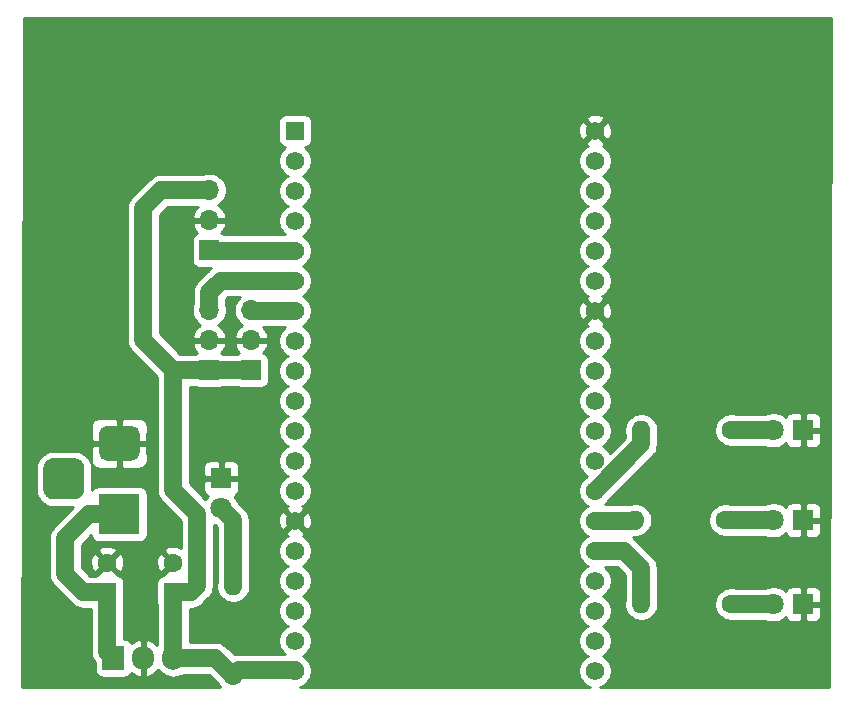
<source format=gbr>
%TF.GenerationSoftware,KiCad,Pcbnew,(5.1.12)-1*%
%TF.CreationDate,2022-04-15T13:15:03+05:30*%
%TF.ProjectId,Smart_meter,536d6172-745f-46d6-9574-65722e6b6963,rev?*%
%TF.SameCoordinates,Original*%
%TF.FileFunction,Copper,L1,Top*%
%TF.FilePolarity,Positive*%
%FSLAX46Y46*%
G04 Gerber Fmt 4.6, Leading zero omitted, Abs format (unit mm)*
G04 Created by KiCad (PCBNEW (5.1.12)-1) date 2022-04-15 13:15:03*
%MOMM*%
%LPD*%
G01*
G04 APERTURE LIST*
%TA.AperFunction,ComponentPad*%
%ADD10O,1.700000X1.700000*%
%TD*%
%TA.AperFunction,ComponentPad*%
%ADD11R,1.700000X1.700000*%
%TD*%
%TA.AperFunction,ComponentPad*%
%ADD12R,3.500000X3.500000*%
%TD*%
%TA.AperFunction,ComponentPad*%
%ADD13O,1.905000X2.000000*%
%TD*%
%TA.AperFunction,ComponentPad*%
%ADD14R,1.905000X2.000000*%
%TD*%
%TA.AperFunction,ComponentPad*%
%ADD15C,1.560000*%
%TD*%
%TA.AperFunction,ComponentPad*%
%ADD16R,1.560000X1.560000*%
%TD*%
%TA.AperFunction,ComponentPad*%
%ADD17O,1.600000X1.600000*%
%TD*%
%TA.AperFunction,ComponentPad*%
%ADD18C,1.600000*%
%TD*%
%TA.AperFunction,ComponentPad*%
%ADD19C,1.800000*%
%TD*%
%TA.AperFunction,ComponentPad*%
%ADD20R,1.800000X1.800000*%
%TD*%
%TA.AperFunction,ComponentPad*%
%ADD21R,1.600000X1.600000*%
%TD*%
%TA.AperFunction,Conductor*%
%ADD22C,1.500000*%
%TD*%
%TA.AperFunction,Conductor*%
%ADD23C,0.254000*%
%TD*%
%TA.AperFunction,Conductor*%
%ADD24C,0.100000*%
%TD*%
G04 APERTURE END LIST*
D10*
%TO.P,J4,3*%
%TO.N,Net-(J4-Pad3)*%
X135128000Y-78232000D03*
%TO.P,J4,2*%
%TO.N,GND*%
X135128000Y-80772000D03*
D11*
%TO.P,J4,1*%
%TO.N,VCC*%
X135128000Y-83312000D03*
%TD*%
%TO.P,J1,3*%
%TO.N,N/C*%
%TA.AperFunction,ComponentPad*%
G36*
G01*
X118377000Y-90754000D02*
X120127000Y-90754000D01*
G75*
G02*
X121002000Y-91629000I0J-875000D01*
G01*
X121002000Y-93379000D01*
G75*
G02*
X120127000Y-94254000I-875000J0D01*
G01*
X118377000Y-94254000D01*
G75*
G02*
X117502000Y-93379000I0J875000D01*
G01*
X117502000Y-91629000D01*
G75*
G02*
X118377000Y-90754000I875000J0D01*
G01*
G37*
%TD.AperFunction*%
%TO.P,J1,2*%
%TO.N,GND*%
%TA.AperFunction,ComponentPad*%
G36*
G01*
X122952000Y-88004000D02*
X124952000Y-88004000D01*
G75*
G02*
X125702000Y-88754000I0J-750000D01*
G01*
X125702000Y-90254000D01*
G75*
G02*
X124952000Y-91004000I-750000J0D01*
G01*
X122952000Y-91004000D01*
G75*
G02*
X122202000Y-90254000I0J750000D01*
G01*
X122202000Y-88754000D01*
G75*
G02*
X122952000Y-88004000I750000J0D01*
G01*
G37*
%TD.AperFunction*%
D12*
%TO.P,J1,1*%
%TO.N,Net-(C1-Pad1)*%
X123952000Y-95504000D03*
%TD*%
D13*
%TO.P,U2,3*%
%TO.N,VCC*%
X128524000Y-107696000D03*
%TO.P,U2,2*%
%TO.N,GND*%
X125984000Y-107696000D03*
D14*
%TO.P,U2,1*%
%TO.N,Net-(C1-Pad1)*%
X123444000Y-107696000D03*
%TD*%
D15*
%TO.P,U1,38*%
%TO.N,N/C*%
X164232001Y-108757001D03*
%TO.P,U1,37*%
X164232001Y-106217001D03*
%TO.P,U1,36*%
X164232001Y-103677001D03*
%TO.P,U1,35*%
X164232001Y-101137001D03*
%TO.P,U1,34*%
%TO.N,Net-(R4-Pad2)*%
X164232001Y-98597001D03*
%TO.P,U1,33*%
%TO.N,Net-(R3-Pad2)*%
X164232001Y-96057001D03*
%TO.P,U1,32*%
%TO.N,Net-(R2-Pad2)*%
X164232001Y-93517001D03*
%TO.P,U1,31*%
%TO.N,N/C*%
X164232001Y-90977001D03*
%TO.P,U1,30*%
X164232001Y-88437001D03*
%TO.P,U1,29*%
X164232001Y-85897001D03*
%TO.P,U1,28*%
X164232001Y-83357001D03*
%TO.P,U1,27*%
X164232001Y-80817001D03*
%TO.P,U1,26*%
%TO.N,GND*%
X164232001Y-78277001D03*
%TO.P,U1,25*%
%TO.N,N/C*%
X164232001Y-75737001D03*
%TO.P,U1,24*%
X164232001Y-73197001D03*
%TO.P,U1,23*%
X164232001Y-70657001D03*
%TO.P,U1,22*%
X164232001Y-68117001D03*
%TO.P,U1,21*%
X164232001Y-65577001D03*
%TO.P,U1,20*%
%TO.N,GND*%
X164232001Y-63037001D03*
%TO.P,U1,18*%
%TO.N,N/C*%
X138832001Y-106217001D03*
%TO.P,U1,17*%
X138832001Y-103677001D03*
%TO.P,U1,16*%
X138832001Y-101137001D03*
%TO.P,U1,15*%
X138832001Y-98597001D03*
%TO.P,U1,14*%
%TO.N,GND*%
X138832001Y-96057001D03*
%TO.P,U1,13*%
%TO.N,N/C*%
X138832001Y-93517001D03*
%TO.P,U1,12*%
X138832001Y-90977001D03*
%TO.P,U1,11*%
X138832001Y-88437001D03*
%TO.P,U1,10*%
X138832001Y-85897001D03*
%TO.P,U1,9*%
X138832001Y-83357001D03*
%TO.P,U1,8*%
X138832001Y-80817001D03*
%TO.P,U1,7*%
%TO.N,Net-(J4-Pad3)*%
X138832001Y-78277001D03*
%TO.P,U1,6*%
%TO.N,Net-(J3-Pad3)*%
X138832001Y-75737001D03*
%TO.P,U1,5*%
%TO.N,Net-(J2-Pad1)*%
X138832001Y-73197001D03*
%TO.P,U1,4*%
%TO.N,N/C*%
X138832001Y-70657001D03*
%TO.P,U1,3*%
X138832001Y-68117001D03*
%TO.P,U1,19*%
%TO.N,VCC*%
X138832001Y-108757001D03*
%TO.P,U1,2*%
%TO.N,N/C*%
X138832001Y-65577001D03*
D16*
%TO.P,U1,1*%
X138832001Y-63037001D03*
%TD*%
D17*
%TO.P,R4,2*%
%TO.N,Net-(R4-Pad2)*%
X168148000Y-103124000D03*
D18*
%TO.P,R4,1*%
%TO.N,Net-(D4-Pad2)*%
X175768000Y-103124000D03*
%TD*%
D17*
%TO.P,R3,2*%
%TO.N,Net-(R3-Pad2)*%
X167640000Y-96012000D03*
D18*
%TO.P,R3,1*%
%TO.N,Net-(D3-Pad2)*%
X175260000Y-96012000D03*
%TD*%
D17*
%TO.P,R2,2*%
%TO.N,Net-(R2-Pad2)*%
X168148000Y-88392000D03*
D18*
%TO.P,R2,1*%
%TO.N,Net-(D2-Pad2)*%
X175768000Y-88392000D03*
%TD*%
D17*
%TO.P,R1,2*%
%TO.N,Net-(D1-Pad2)*%
X133604000Y-101600000D03*
D18*
%TO.P,R1,1*%
%TO.N,VCC*%
X133604000Y-109220000D03*
%TD*%
D10*
%TO.P,J3,3*%
%TO.N,Net-(J3-Pad3)*%
X131572000Y-78232000D03*
%TO.P,J3,2*%
%TO.N,GND*%
X131572000Y-80772000D03*
D11*
%TO.P,J3,1*%
%TO.N,VCC*%
X131572000Y-83312000D03*
%TD*%
D10*
%TO.P,J2,3*%
%TO.N,VCC*%
X131572000Y-68072000D03*
%TO.P,J2,2*%
%TO.N,GND*%
X131572000Y-70612000D03*
D11*
%TO.P,J2,1*%
%TO.N,Net-(J2-Pad1)*%
X131572000Y-73152000D03*
%TD*%
D19*
%TO.P,D4,2*%
%TO.N,Net-(D4-Pad2)*%
X179324000Y-103124000D03*
D20*
%TO.P,D4,1*%
%TO.N,GND*%
X181864000Y-103124000D03*
%TD*%
D19*
%TO.P,D3,2*%
%TO.N,Net-(D3-Pad2)*%
X179324000Y-96012000D03*
D20*
%TO.P,D3,1*%
%TO.N,GND*%
X181864000Y-96012000D03*
%TD*%
D19*
%TO.P,D2,2*%
%TO.N,Net-(D2-Pad2)*%
X179324000Y-88392000D03*
D20*
%TO.P,D2,1*%
%TO.N,GND*%
X181864000Y-88392000D03*
%TD*%
D19*
%TO.P,D1,2*%
%TO.N,Net-(D1-Pad2)*%
X132588000Y-94996000D03*
D20*
%TO.P,D1,1*%
%TO.N,GND*%
X132588000Y-92456000D03*
%TD*%
D18*
%TO.P,C2,2*%
%TO.N,GND*%
X128524000Y-99608000D03*
D21*
%TO.P,C2,1*%
%TO.N,VCC*%
X128524000Y-102108000D03*
%TD*%
D18*
%TO.P,C1,2*%
%TO.N,GND*%
X122936000Y-99608000D03*
D21*
%TO.P,C1,1*%
%TO.N,Net-(C1-Pad1)*%
X122936000Y-102108000D03*
%TD*%
D22*
%TO.N,Net-(C1-Pad1)*%
X122936000Y-107188000D02*
X123444000Y-107696000D01*
X122936000Y-102108000D02*
X122936000Y-107188000D01*
X123952000Y-95504000D02*
X121412000Y-95504000D01*
X121412000Y-95504000D02*
X119380000Y-97536000D01*
X119380000Y-97536000D02*
X119380000Y-100584000D01*
X120904000Y-102108000D02*
X122936000Y-102108000D01*
X119380000Y-100584000D02*
X120904000Y-102108000D01*
%TO.N,VCC*%
X135128000Y-83312000D02*
X131572000Y-83312000D01*
X128524000Y-107696000D02*
X128524000Y-102108000D01*
X138787000Y-108712000D02*
X138832001Y-108757001D01*
X134112000Y-108712000D02*
X138787000Y-108712000D01*
X133604000Y-109220000D02*
X134112000Y-108712000D01*
X132080000Y-107696000D02*
X128524000Y-107696000D01*
X133604000Y-109220000D02*
X132080000Y-107696000D01*
X131572000Y-83312000D02*
X128524000Y-83312000D01*
X128524000Y-83312000D02*
X125984000Y-80772000D01*
X125984000Y-80772000D02*
X125984000Y-69596000D01*
X127508000Y-68072000D02*
X131572000Y-68072000D01*
X125984000Y-69596000D02*
X127508000Y-68072000D01*
X128524000Y-102108000D02*
X130048000Y-102108000D01*
X130048000Y-102108000D02*
X130556000Y-101600000D01*
X130556000Y-101600000D02*
X130556000Y-95504000D01*
X128524000Y-93472000D02*
X128524000Y-83312000D01*
X130556000Y-95504000D02*
X128524000Y-93472000D01*
%TO.N,Net-(D1-Pad2)*%
X133604000Y-96012000D02*
X132588000Y-94996000D01*
X133604000Y-101600000D02*
X133604000Y-96012000D01*
%TO.N,Net-(D2-Pad2)*%
X179324000Y-88392000D02*
X175768000Y-88392000D01*
%TO.N,Net-(D3-Pad2)*%
X175260000Y-96012000D02*
X179324000Y-96012000D01*
%TO.N,Net-(D4-Pad2)*%
X179324000Y-103124000D02*
X175768000Y-103124000D01*
%TO.N,Net-(J2-Pad1)*%
X131617001Y-73197001D02*
X131572000Y-73152000D01*
X138832001Y-73197001D02*
X131617001Y-73197001D01*
%TO.N,Net-(J3-Pad3)*%
X131572000Y-78232000D02*
X131572000Y-76708000D01*
X132542999Y-75737001D02*
X138832001Y-75737001D01*
X131572000Y-76708000D02*
X132542999Y-75737001D01*
%TO.N,Net-(R2-Pad2)*%
X168148000Y-89601002D02*
X168148000Y-88392000D01*
X164232001Y-93517001D02*
X168148000Y-89601002D01*
%TO.N,Net-(R3-Pad2)*%
X167594999Y-96057001D02*
X167640000Y-96012000D01*
X164232001Y-96057001D02*
X167594999Y-96057001D01*
%TO.N,Net-(R4-Pad2)*%
X168148000Y-103124000D02*
X168148000Y-100076000D01*
X166669001Y-98597001D02*
X164232001Y-98597001D01*
X168148000Y-100076000D02*
X166669001Y-98597001D01*
%TO.N,Net-(J4-Pad3)*%
X135173001Y-78277001D02*
X135128000Y-78232000D01*
X138832001Y-78277001D02*
X135173001Y-78277001D01*
%TD*%
D23*
%TO.N,GND*%
X184023492Y-110109000D02*
X164665561Y-110109000D01*
X164902255Y-110010958D01*
X165134011Y-109856104D01*
X165331104Y-109659011D01*
X165485958Y-109427255D01*
X165592624Y-109169741D01*
X165647001Y-108896366D01*
X165647001Y-108617636D01*
X165592624Y-108344261D01*
X165485958Y-108086747D01*
X165331104Y-107854991D01*
X165134011Y-107657898D01*
X164902255Y-107503044D01*
X164863524Y-107487001D01*
X164902255Y-107470958D01*
X165134011Y-107316104D01*
X165331104Y-107119011D01*
X165485958Y-106887255D01*
X165592624Y-106629741D01*
X165647001Y-106356366D01*
X165647001Y-106077636D01*
X165592624Y-105804261D01*
X165485958Y-105546747D01*
X165331104Y-105314991D01*
X165134011Y-105117898D01*
X164902255Y-104963044D01*
X164863524Y-104947001D01*
X164902255Y-104930958D01*
X165134011Y-104776104D01*
X165331104Y-104579011D01*
X165485958Y-104347255D01*
X165592624Y-104089741D01*
X165647001Y-103816366D01*
X165647001Y-103537636D01*
X165592624Y-103264261D01*
X165485958Y-103006747D01*
X165331104Y-102774991D01*
X165134011Y-102577898D01*
X164902255Y-102423044D01*
X164863524Y-102407001D01*
X164902255Y-102390958D01*
X165134011Y-102236104D01*
X165331104Y-102039011D01*
X165485958Y-101807255D01*
X165592624Y-101549741D01*
X165647001Y-101276366D01*
X165647001Y-100997636D01*
X165592624Y-100724261D01*
X165485958Y-100466747D01*
X165331104Y-100234991D01*
X165134011Y-100037898D01*
X165050355Y-99982001D01*
X166095316Y-99982001D01*
X166763001Y-100649687D01*
X166763000Y-102731301D01*
X166713000Y-102982665D01*
X166713000Y-103265335D01*
X166768147Y-103542574D01*
X166876320Y-103803727D01*
X167033363Y-104038759D01*
X167233241Y-104238637D01*
X167468273Y-104395680D01*
X167729426Y-104503853D01*
X168006665Y-104559000D01*
X168289335Y-104559000D01*
X168566574Y-104503853D01*
X168827727Y-104395680D01*
X169062759Y-104238637D01*
X169262637Y-104038759D01*
X169419680Y-103803727D01*
X169527853Y-103542574D01*
X169583000Y-103265335D01*
X169583000Y-102982665D01*
X174333000Y-102982665D01*
X174333000Y-103265335D01*
X174388147Y-103542574D01*
X174496320Y-103803727D01*
X174653363Y-104038759D01*
X174853241Y-104238637D01*
X175088273Y-104395680D01*
X175349426Y-104503853D01*
X175626665Y-104559000D01*
X175909335Y-104559000D01*
X176160699Y-104509000D01*
X178656538Y-104509000D01*
X178876257Y-104600011D01*
X179172816Y-104659000D01*
X179475184Y-104659000D01*
X179771743Y-104600011D01*
X180051095Y-104484299D01*
X180302505Y-104316312D01*
X180368944Y-104249873D01*
X180374498Y-104268180D01*
X180433463Y-104378494D01*
X180512815Y-104475185D01*
X180609506Y-104554537D01*
X180719820Y-104613502D01*
X180839518Y-104649812D01*
X180964000Y-104662072D01*
X181578250Y-104659000D01*
X181737000Y-104500250D01*
X181737000Y-103251000D01*
X181991000Y-103251000D01*
X181991000Y-104500250D01*
X182149750Y-104659000D01*
X182764000Y-104662072D01*
X182888482Y-104649812D01*
X183008180Y-104613502D01*
X183118494Y-104554537D01*
X183215185Y-104475185D01*
X183294537Y-104378494D01*
X183353502Y-104268180D01*
X183389812Y-104148482D01*
X183402072Y-104024000D01*
X183399000Y-103409750D01*
X183240250Y-103251000D01*
X181991000Y-103251000D01*
X181737000Y-103251000D01*
X181717000Y-103251000D01*
X181717000Y-102997000D01*
X181737000Y-102997000D01*
X181737000Y-101747750D01*
X181991000Y-101747750D01*
X181991000Y-102997000D01*
X183240250Y-102997000D01*
X183399000Y-102838250D01*
X183402072Y-102224000D01*
X183389812Y-102099518D01*
X183353502Y-101979820D01*
X183294537Y-101869506D01*
X183215185Y-101772815D01*
X183118494Y-101693463D01*
X183008180Y-101634498D01*
X182888482Y-101598188D01*
X182764000Y-101585928D01*
X182149750Y-101589000D01*
X181991000Y-101747750D01*
X181737000Y-101747750D01*
X181578250Y-101589000D01*
X180964000Y-101585928D01*
X180839518Y-101598188D01*
X180719820Y-101634498D01*
X180609506Y-101693463D01*
X180512815Y-101772815D01*
X180433463Y-101869506D01*
X180374498Y-101979820D01*
X180368944Y-101998127D01*
X180302505Y-101931688D01*
X180051095Y-101763701D01*
X179771743Y-101647989D01*
X179475184Y-101589000D01*
X179172816Y-101589000D01*
X178876257Y-101647989D01*
X178656538Y-101739000D01*
X176160699Y-101739000D01*
X175909335Y-101689000D01*
X175626665Y-101689000D01*
X175349426Y-101744147D01*
X175088273Y-101852320D01*
X174853241Y-102009363D01*
X174653363Y-102209241D01*
X174496320Y-102444273D01*
X174388147Y-102705426D01*
X174333000Y-102982665D01*
X169583000Y-102982665D01*
X169533000Y-102731301D01*
X169533000Y-100144026D01*
X169539700Y-100075999D01*
X169533000Y-100007972D01*
X169533000Y-100007963D01*
X169512960Y-99804493D01*
X169433764Y-99543419D01*
X169305157Y-99302812D01*
X169132081Y-99091919D01*
X169079236Y-99048550D01*
X167696455Y-97665770D01*
X167653082Y-97612920D01*
X167444817Y-97442001D01*
X167473534Y-97442001D01*
X167498665Y-97447000D01*
X167577728Y-97447000D01*
X167594999Y-97448701D01*
X167612270Y-97447000D01*
X167781335Y-97447000D01*
X168058574Y-97391853D01*
X168319727Y-97283680D01*
X168554759Y-97126637D01*
X168754637Y-96926759D01*
X168911680Y-96691727D01*
X169019853Y-96430574D01*
X169075000Y-96153335D01*
X169075000Y-95870665D01*
X173825000Y-95870665D01*
X173825000Y-96153335D01*
X173880147Y-96430574D01*
X173988320Y-96691727D01*
X174145363Y-96926759D01*
X174345241Y-97126637D01*
X174580273Y-97283680D01*
X174841426Y-97391853D01*
X175118665Y-97447000D01*
X175401335Y-97447000D01*
X175652699Y-97397000D01*
X178656538Y-97397000D01*
X178876257Y-97488011D01*
X179172816Y-97547000D01*
X179475184Y-97547000D01*
X179771743Y-97488011D01*
X180051095Y-97372299D01*
X180302505Y-97204312D01*
X180368944Y-97137873D01*
X180374498Y-97156180D01*
X180433463Y-97266494D01*
X180512815Y-97363185D01*
X180609506Y-97442537D01*
X180719820Y-97501502D01*
X180839518Y-97537812D01*
X180964000Y-97550072D01*
X181578250Y-97547000D01*
X181737000Y-97388250D01*
X181737000Y-96139000D01*
X181991000Y-96139000D01*
X181991000Y-97388250D01*
X182149750Y-97547000D01*
X182764000Y-97550072D01*
X182888482Y-97537812D01*
X183008180Y-97501502D01*
X183118494Y-97442537D01*
X183215185Y-97363185D01*
X183294537Y-97266494D01*
X183353502Y-97156180D01*
X183389812Y-97036482D01*
X183402072Y-96912000D01*
X183399000Y-96297750D01*
X183240250Y-96139000D01*
X181991000Y-96139000D01*
X181737000Y-96139000D01*
X181717000Y-96139000D01*
X181717000Y-95885000D01*
X181737000Y-95885000D01*
X181737000Y-94635750D01*
X181991000Y-94635750D01*
X181991000Y-95885000D01*
X183240250Y-95885000D01*
X183399000Y-95726250D01*
X183402072Y-95112000D01*
X183389812Y-94987518D01*
X183353502Y-94867820D01*
X183294537Y-94757506D01*
X183215185Y-94660815D01*
X183118494Y-94581463D01*
X183008180Y-94522498D01*
X182888482Y-94486188D01*
X182764000Y-94473928D01*
X182149750Y-94477000D01*
X181991000Y-94635750D01*
X181737000Y-94635750D01*
X181578250Y-94477000D01*
X180964000Y-94473928D01*
X180839518Y-94486188D01*
X180719820Y-94522498D01*
X180609506Y-94581463D01*
X180512815Y-94660815D01*
X180433463Y-94757506D01*
X180374498Y-94867820D01*
X180368944Y-94886127D01*
X180302505Y-94819688D01*
X180051095Y-94651701D01*
X179771743Y-94535989D01*
X179475184Y-94477000D01*
X179172816Y-94477000D01*
X178876257Y-94535989D01*
X178656538Y-94627000D01*
X175652699Y-94627000D01*
X175401335Y-94577000D01*
X175118665Y-94577000D01*
X174841426Y-94632147D01*
X174580273Y-94740320D01*
X174345241Y-94897363D01*
X174145363Y-95097241D01*
X173988320Y-95332273D01*
X173880147Y-95593426D01*
X173825000Y-95870665D01*
X169075000Y-95870665D01*
X169019853Y-95593426D01*
X168911680Y-95332273D01*
X168754637Y-95097241D01*
X168554759Y-94897363D01*
X168319727Y-94740320D01*
X168058574Y-94632147D01*
X167781335Y-94577000D01*
X167498665Y-94577000D01*
X167221426Y-94632147D01*
X167125210Y-94672001D01*
X165050355Y-94672001D01*
X165134011Y-94616104D01*
X165331104Y-94419011D01*
X165416539Y-94291148D01*
X169079241Y-90628447D01*
X169132080Y-90585083D01*
X169175445Y-90532243D01*
X169175452Y-90532236D01*
X169245932Y-90446355D01*
X169305157Y-90374190D01*
X169433764Y-90133583D01*
X169451538Y-90074991D01*
X169512960Y-89872510D01*
X169517882Y-89822537D01*
X169533000Y-89669039D01*
X169533000Y-89669031D01*
X169539700Y-89601002D01*
X169533000Y-89532973D01*
X169533000Y-88784699D01*
X169583000Y-88533335D01*
X169583000Y-88250665D01*
X174333000Y-88250665D01*
X174333000Y-88533335D01*
X174388147Y-88810574D01*
X174496320Y-89071727D01*
X174653363Y-89306759D01*
X174853241Y-89506637D01*
X175088273Y-89663680D01*
X175349426Y-89771853D01*
X175626665Y-89827000D01*
X175909335Y-89827000D01*
X176160699Y-89777000D01*
X178656538Y-89777000D01*
X178876257Y-89868011D01*
X179172816Y-89927000D01*
X179475184Y-89927000D01*
X179771743Y-89868011D01*
X180051095Y-89752299D01*
X180302505Y-89584312D01*
X180368944Y-89517873D01*
X180374498Y-89536180D01*
X180433463Y-89646494D01*
X180512815Y-89743185D01*
X180609506Y-89822537D01*
X180719820Y-89881502D01*
X180839518Y-89917812D01*
X180964000Y-89930072D01*
X181578250Y-89927000D01*
X181737000Y-89768250D01*
X181737000Y-88519000D01*
X181991000Y-88519000D01*
X181991000Y-89768250D01*
X182149750Y-89927000D01*
X182764000Y-89930072D01*
X182888482Y-89917812D01*
X183008180Y-89881502D01*
X183118494Y-89822537D01*
X183215185Y-89743185D01*
X183294537Y-89646494D01*
X183353502Y-89536180D01*
X183389812Y-89416482D01*
X183402072Y-89292000D01*
X183399000Y-88677750D01*
X183240250Y-88519000D01*
X181991000Y-88519000D01*
X181737000Y-88519000D01*
X181717000Y-88519000D01*
X181717000Y-88265000D01*
X181737000Y-88265000D01*
X181737000Y-87015750D01*
X181991000Y-87015750D01*
X181991000Y-88265000D01*
X183240250Y-88265000D01*
X183399000Y-88106250D01*
X183402072Y-87492000D01*
X183389812Y-87367518D01*
X183353502Y-87247820D01*
X183294537Y-87137506D01*
X183215185Y-87040815D01*
X183118494Y-86961463D01*
X183008180Y-86902498D01*
X182888482Y-86866188D01*
X182764000Y-86853928D01*
X182149750Y-86857000D01*
X181991000Y-87015750D01*
X181737000Y-87015750D01*
X181578250Y-86857000D01*
X180964000Y-86853928D01*
X180839518Y-86866188D01*
X180719820Y-86902498D01*
X180609506Y-86961463D01*
X180512815Y-87040815D01*
X180433463Y-87137506D01*
X180374498Y-87247820D01*
X180368944Y-87266127D01*
X180302505Y-87199688D01*
X180051095Y-87031701D01*
X179771743Y-86915989D01*
X179475184Y-86857000D01*
X179172816Y-86857000D01*
X178876257Y-86915989D01*
X178656538Y-87007000D01*
X176160699Y-87007000D01*
X175909335Y-86957000D01*
X175626665Y-86957000D01*
X175349426Y-87012147D01*
X175088273Y-87120320D01*
X174853241Y-87277363D01*
X174653363Y-87477241D01*
X174496320Y-87712273D01*
X174388147Y-87973426D01*
X174333000Y-88250665D01*
X169583000Y-88250665D01*
X169527853Y-87973426D01*
X169419680Y-87712273D01*
X169262637Y-87477241D01*
X169062759Y-87277363D01*
X168827727Y-87120320D01*
X168566574Y-87012147D01*
X168289335Y-86957000D01*
X168006665Y-86957000D01*
X167729426Y-87012147D01*
X167468273Y-87120320D01*
X167233241Y-87277363D01*
X167033363Y-87477241D01*
X166876320Y-87712273D01*
X166768147Y-87973426D01*
X166713000Y-88250665D01*
X166713000Y-88533335D01*
X166763000Y-88784699D01*
X166763000Y-89027316D01*
X165485001Y-90305315D01*
X165331104Y-90074991D01*
X165134011Y-89877898D01*
X164902255Y-89723044D01*
X164863524Y-89707001D01*
X164902255Y-89690958D01*
X165134011Y-89536104D01*
X165331104Y-89339011D01*
X165485958Y-89107255D01*
X165592624Y-88849741D01*
X165647001Y-88576366D01*
X165647001Y-88297636D01*
X165592624Y-88024261D01*
X165485958Y-87766747D01*
X165331104Y-87534991D01*
X165134011Y-87337898D01*
X164902255Y-87183044D01*
X164863524Y-87167001D01*
X164902255Y-87150958D01*
X165134011Y-86996104D01*
X165331104Y-86799011D01*
X165485958Y-86567255D01*
X165592624Y-86309741D01*
X165647001Y-86036366D01*
X165647001Y-85757636D01*
X165592624Y-85484261D01*
X165485958Y-85226747D01*
X165331104Y-84994991D01*
X165134011Y-84797898D01*
X164902255Y-84643044D01*
X164863524Y-84627001D01*
X164902255Y-84610958D01*
X165134011Y-84456104D01*
X165331104Y-84259011D01*
X165485958Y-84027255D01*
X165592624Y-83769741D01*
X165647001Y-83496366D01*
X165647001Y-83217636D01*
X165592624Y-82944261D01*
X165485958Y-82686747D01*
X165331104Y-82454991D01*
X165134011Y-82257898D01*
X164902255Y-82103044D01*
X164863524Y-82087001D01*
X164902255Y-82070958D01*
X165134011Y-81916104D01*
X165331104Y-81719011D01*
X165485958Y-81487255D01*
X165592624Y-81229741D01*
X165647001Y-80956366D01*
X165647001Y-80677636D01*
X165592624Y-80404261D01*
X165485958Y-80146747D01*
X165331104Y-79914991D01*
X165134011Y-79717898D01*
X164902255Y-79563044D01*
X164866476Y-79548224D01*
X164961656Y-79497350D01*
X165030817Y-79255422D01*
X164232001Y-78456606D01*
X163433185Y-79255422D01*
X163502346Y-79497350D01*
X163604280Y-79545426D01*
X163561747Y-79563044D01*
X163329991Y-79717898D01*
X163132898Y-79914991D01*
X162978044Y-80146747D01*
X162871378Y-80404261D01*
X162817001Y-80677636D01*
X162817001Y-80956366D01*
X162871378Y-81229741D01*
X162978044Y-81487255D01*
X163132898Y-81719011D01*
X163329991Y-81916104D01*
X163561747Y-82070958D01*
X163600478Y-82087001D01*
X163561747Y-82103044D01*
X163329991Y-82257898D01*
X163132898Y-82454991D01*
X162978044Y-82686747D01*
X162871378Y-82944261D01*
X162817001Y-83217636D01*
X162817001Y-83496366D01*
X162871378Y-83769741D01*
X162978044Y-84027255D01*
X163132898Y-84259011D01*
X163329991Y-84456104D01*
X163561747Y-84610958D01*
X163600478Y-84627001D01*
X163561747Y-84643044D01*
X163329991Y-84797898D01*
X163132898Y-84994991D01*
X162978044Y-85226747D01*
X162871378Y-85484261D01*
X162817001Y-85757636D01*
X162817001Y-86036366D01*
X162871378Y-86309741D01*
X162978044Y-86567255D01*
X163132898Y-86799011D01*
X163329991Y-86996104D01*
X163561747Y-87150958D01*
X163600478Y-87167001D01*
X163561747Y-87183044D01*
X163329991Y-87337898D01*
X163132898Y-87534991D01*
X162978044Y-87766747D01*
X162871378Y-88024261D01*
X162817001Y-88297636D01*
X162817001Y-88576366D01*
X162871378Y-88849741D01*
X162978044Y-89107255D01*
X163132898Y-89339011D01*
X163329991Y-89536104D01*
X163561747Y-89690958D01*
X163600478Y-89707001D01*
X163561747Y-89723044D01*
X163329991Y-89877898D01*
X163132898Y-90074991D01*
X162978044Y-90306747D01*
X162871378Y-90564261D01*
X162817001Y-90837636D01*
X162817001Y-91116366D01*
X162871378Y-91389741D01*
X162978044Y-91647255D01*
X163132898Y-91879011D01*
X163329991Y-92076104D01*
X163560315Y-92230001D01*
X163457854Y-92332463D01*
X163329991Y-92417898D01*
X163132898Y-92614991D01*
X162978044Y-92846747D01*
X162871378Y-93104261D01*
X162817001Y-93377636D01*
X162817001Y-93656366D01*
X162871378Y-93929741D01*
X162978044Y-94187255D01*
X163132898Y-94419011D01*
X163329991Y-94616104D01*
X163561747Y-94770958D01*
X163600478Y-94787001D01*
X163561747Y-94803044D01*
X163329991Y-94957898D01*
X163132898Y-95154991D01*
X162978044Y-95386747D01*
X162871378Y-95644261D01*
X162817001Y-95917636D01*
X162817001Y-96196366D01*
X162871378Y-96469741D01*
X162978044Y-96727255D01*
X163132898Y-96959011D01*
X163329991Y-97156104D01*
X163561747Y-97310958D01*
X163600478Y-97327001D01*
X163561747Y-97343044D01*
X163329991Y-97497898D01*
X163132898Y-97694991D01*
X162978044Y-97926747D01*
X162871378Y-98184261D01*
X162817001Y-98457636D01*
X162817001Y-98736366D01*
X162871378Y-99009741D01*
X162978044Y-99267255D01*
X163132898Y-99499011D01*
X163329991Y-99696104D01*
X163561747Y-99850958D01*
X163600478Y-99867001D01*
X163561747Y-99883044D01*
X163329991Y-100037898D01*
X163132898Y-100234991D01*
X162978044Y-100466747D01*
X162871378Y-100724261D01*
X162817001Y-100997636D01*
X162817001Y-101276366D01*
X162871378Y-101549741D01*
X162978044Y-101807255D01*
X163132898Y-102039011D01*
X163329991Y-102236104D01*
X163561747Y-102390958D01*
X163600478Y-102407001D01*
X163561747Y-102423044D01*
X163329991Y-102577898D01*
X163132898Y-102774991D01*
X162978044Y-103006747D01*
X162871378Y-103264261D01*
X162817001Y-103537636D01*
X162817001Y-103816366D01*
X162871378Y-104089741D01*
X162978044Y-104347255D01*
X163132898Y-104579011D01*
X163329991Y-104776104D01*
X163561747Y-104930958D01*
X163600478Y-104947001D01*
X163561747Y-104963044D01*
X163329991Y-105117898D01*
X163132898Y-105314991D01*
X162978044Y-105546747D01*
X162871378Y-105804261D01*
X162817001Y-106077636D01*
X162817001Y-106356366D01*
X162871378Y-106629741D01*
X162978044Y-106887255D01*
X163132898Y-107119011D01*
X163329991Y-107316104D01*
X163561747Y-107470958D01*
X163600478Y-107487001D01*
X163561747Y-107503044D01*
X163329991Y-107657898D01*
X163132898Y-107854991D01*
X162978044Y-108086747D01*
X162871378Y-108344261D01*
X162817001Y-108617636D01*
X162817001Y-108896366D01*
X162871378Y-109169741D01*
X162978044Y-109427255D01*
X163132898Y-109659011D01*
X163329991Y-109856104D01*
X163561747Y-110010958D01*
X163798441Y-110109000D01*
X139265561Y-110109000D01*
X139502255Y-110010958D01*
X139734011Y-109856104D01*
X139931104Y-109659011D01*
X140085958Y-109427255D01*
X140192624Y-109169741D01*
X140247001Y-108896366D01*
X140247001Y-108617636D01*
X140192624Y-108344261D01*
X140085958Y-108086747D01*
X139931104Y-107854991D01*
X139734011Y-107657898D01*
X139502255Y-107503044D01*
X139463524Y-107487001D01*
X139502255Y-107470958D01*
X139734011Y-107316104D01*
X139931104Y-107119011D01*
X140085958Y-106887255D01*
X140192624Y-106629741D01*
X140247001Y-106356366D01*
X140247001Y-106077636D01*
X140192624Y-105804261D01*
X140085958Y-105546747D01*
X139931104Y-105314991D01*
X139734011Y-105117898D01*
X139502255Y-104963044D01*
X139463524Y-104947001D01*
X139502255Y-104930958D01*
X139734011Y-104776104D01*
X139931104Y-104579011D01*
X140085958Y-104347255D01*
X140192624Y-104089741D01*
X140247001Y-103816366D01*
X140247001Y-103537636D01*
X140192624Y-103264261D01*
X140085958Y-103006747D01*
X139931104Y-102774991D01*
X139734011Y-102577898D01*
X139502255Y-102423044D01*
X139463524Y-102407001D01*
X139502255Y-102390958D01*
X139734011Y-102236104D01*
X139931104Y-102039011D01*
X140085958Y-101807255D01*
X140192624Y-101549741D01*
X140247001Y-101276366D01*
X140247001Y-100997636D01*
X140192624Y-100724261D01*
X140085958Y-100466747D01*
X139931104Y-100234991D01*
X139734011Y-100037898D01*
X139502255Y-99883044D01*
X139463524Y-99867001D01*
X139502255Y-99850958D01*
X139734011Y-99696104D01*
X139931104Y-99499011D01*
X140085958Y-99267255D01*
X140192624Y-99009741D01*
X140247001Y-98736366D01*
X140247001Y-98457636D01*
X140192624Y-98184261D01*
X140085958Y-97926747D01*
X139931104Y-97694991D01*
X139734011Y-97497898D01*
X139502255Y-97343044D01*
X139466476Y-97328224D01*
X139561656Y-97277350D01*
X139630817Y-97035422D01*
X138832001Y-96236606D01*
X138033185Y-97035422D01*
X138102346Y-97277350D01*
X138204280Y-97325426D01*
X138161747Y-97343044D01*
X137929991Y-97497898D01*
X137732898Y-97694991D01*
X137578044Y-97926747D01*
X137471378Y-98184261D01*
X137417001Y-98457636D01*
X137417001Y-98736366D01*
X137471378Y-99009741D01*
X137578044Y-99267255D01*
X137732898Y-99499011D01*
X137929991Y-99696104D01*
X138161747Y-99850958D01*
X138200478Y-99867001D01*
X138161747Y-99883044D01*
X137929991Y-100037898D01*
X137732898Y-100234991D01*
X137578044Y-100466747D01*
X137471378Y-100724261D01*
X137417001Y-100997636D01*
X137417001Y-101276366D01*
X137471378Y-101549741D01*
X137578044Y-101807255D01*
X137732898Y-102039011D01*
X137929991Y-102236104D01*
X138161747Y-102390958D01*
X138200478Y-102407001D01*
X138161747Y-102423044D01*
X137929991Y-102577898D01*
X137732898Y-102774991D01*
X137578044Y-103006747D01*
X137471378Y-103264261D01*
X137417001Y-103537636D01*
X137417001Y-103816366D01*
X137471378Y-104089741D01*
X137578044Y-104347255D01*
X137732898Y-104579011D01*
X137929991Y-104776104D01*
X138161747Y-104930958D01*
X138200478Y-104947001D01*
X138161747Y-104963044D01*
X137929991Y-105117898D01*
X137732898Y-105314991D01*
X137578044Y-105546747D01*
X137471378Y-105804261D01*
X137417001Y-106077636D01*
X137417001Y-106356366D01*
X137471378Y-106629741D01*
X137578044Y-106887255D01*
X137732898Y-107119011D01*
X137929991Y-107316104D01*
X137946298Y-107327000D01*
X134180026Y-107327000D01*
X134111999Y-107320300D01*
X134043972Y-107327000D01*
X134043963Y-107327000D01*
X133840493Y-107347040D01*
X133724815Y-107382130D01*
X133107452Y-106764767D01*
X133064081Y-106711919D01*
X132853188Y-106538843D01*
X132612581Y-106410236D01*
X132351507Y-106331040D01*
X132148037Y-106311000D01*
X132148029Y-106311000D01*
X132080000Y-106304300D01*
X132011971Y-106311000D01*
X129909000Y-106311000D01*
X129909000Y-103493000D01*
X129979971Y-103493000D01*
X130048000Y-103499700D01*
X130116029Y-103493000D01*
X130116037Y-103493000D01*
X130319507Y-103472960D01*
X130580581Y-103393764D01*
X130821188Y-103265157D01*
X131032081Y-103092081D01*
X131075455Y-103039230D01*
X131487231Y-102627453D01*
X131540080Y-102584081D01*
X131713157Y-102373188D01*
X131841764Y-102132581D01*
X131920960Y-101871507D01*
X131941000Y-101668037D01*
X131941000Y-101668028D01*
X131947700Y-101600001D01*
X131941000Y-101531974D01*
X131941000Y-96389476D01*
X132080625Y-96447310D01*
X132219001Y-96585686D01*
X132219000Y-101207301D01*
X132169000Y-101458665D01*
X132169000Y-101741335D01*
X132224147Y-102018574D01*
X132332320Y-102279727D01*
X132489363Y-102514759D01*
X132689241Y-102714637D01*
X132924273Y-102871680D01*
X133185426Y-102979853D01*
X133462665Y-103035000D01*
X133745335Y-103035000D01*
X134022574Y-102979853D01*
X134283727Y-102871680D01*
X134518759Y-102714637D01*
X134718637Y-102514759D01*
X134875680Y-102279727D01*
X134983853Y-102018574D01*
X135039000Y-101741335D01*
X135039000Y-101458665D01*
X134989000Y-101207301D01*
X134989000Y-96128304D01*
X137411944Y-96128304D01*
X137453141Y-96403973D01*
X137547326Y-96666309D01*
X137611652Y-96786656D01*
X137853580Y-96855817D01*
X138652396Y-96057001D01*
X139011606Y-96057001D01*
X139810422Y-96855817D01*
X140052350Y-96786656D01*
X140171249Y-96534558D01*
X140238682Y-96264107D01*
X140252058Y-95985698D01*
X140210861Y-95710029D01*
X140116676Y-95447693D01*
X140052350Y-95327346D01*
X139810422Y-95258185D01*
X139011606Y-96057001D01*
X138652396Y-96057001D01*
X137853580Y-95258185D01*
X137611652Y-95327346D01*
X137492753Y-95579444D01*
X137425320Y-95849895D01*
X137411944Y-96128304D01*
X134989000Y-96128304D01*
X134989000Y-96080029D01*
X134995700Y-96012000D01*
X134989000Y-95943971D01*
X134989000Y-95943963D01*
X134968960Y-95740493D01*
X134964640Y-95726250D01*
X134889764Y-95479419D01*
X134785794Y-95284905D01*
X134761157Y-95238812D01*
X134657085Y-95112000D01*
X134631452Y-95080766D01*
X134631450Y-95080764D01*
X134588081Y-95027919D01*
X134535236Y-94984550D01*
X134039310Y-94488625D01*
X133948299Y-94268905D01*
X133780312Y-94017495D01*
X133713873Y-93951056D01*
X133732180Y-93945502D01*
X133842494Y-93886537D01*
X133939185Y-93807185D01*
X134018537Y-93710494D01*
X134077502Y-93600180D01*
X134113812Y-93480482D01*
X134126072Y-93356000D01*
X134123000Y-92741750D01*
X133964250Y-92583000D01*
X132715000Y-92583000D01*
X132715000Y-92603000D01*
X132461000Y-92603000D01*
X132461000Y-92583000D01*
X131211750Y-92583000D01*
X131053000Y-92741750D01*
X131049928Y-93356000D01*
X131062188Y-93480482D01*
X131098498Y-93600180D01*
X131157463Y-93710494D01*
X131236815Y-93807185D01*
X131333506Y-93886537D01*
X131443820Y-93945502D01*
X131462127Y-93951056D01*
X131395688Y-94017495D01*
X131248485Y-94237799D01*
X129909000Y-92898315D01*
X129909000Y-91556000D01*
X131049928Y-91556000D01*
X131053000Y-92170250D01*
X131211750Y-92329000D01*
X132461000Y-92329000D01*
X132461000Y-91079750D01*
X132715000Y-91079750D01*
X132715000Y-92329000D01*
X133964250Y-92329000D01*
X134123000Y-92170250D01*
X134126072Y-91556000D01*
X134113812Y-91431518D01*
X134077502Y-91311820D01*
X134018537Y-91201506D01*
X133939185Y-91104815D01*
X133842494Y-91025463D01*
X133732180Y-90966498D01*
X133612482Y-90930188D01*
X133488000Y-90917928D01*
X132873750Y-90921000D01*
X132715000Y-91079750D01*
X132461000Y-91079750D01*
X132302250Y-90921000D01*
X131688000Y-90917928D01*
X131563518Y-90930188D01*
X131443820Y-90966498D01*
X131333506Y-91025463D01*
X131236815Y-91104815D01*
X131157463Y-91201506D01*
X131098498Y-91311820D01*
X131062188Y-91431518D01*
X131049928Y-91556000D01*
X129909000Y-91556000D01*
X129909000Y-84697000D01*
X130375856Y-84697000D01*
X130477820Y-84751502D01*
X130597518Y-84787812D01*
X130722000Y-84800072D01*
X132422000Y-84800072D01*
X132546482Y-84787812D01*
X132666180Y-84751502D01*
X132768144Y-84697000D01*
X133931856Y-84697000D01*
X134033820Y-84751502D01*
X134153518Y-84787812D01*
X134278000Y-84800072D01*
X135978000Y-84800072D01*
X136102482Y-84787812D01*
X136222180Y-84751502D01*
X136332494Y-84692537D01*
X136429185Y-84613185D01*
X136508537Y-84516494D01*
X136567502Y-84406180D01*
X136603812Y-84286482D01*
X136616072Y-84162000D01*
X136616072Y-82462000D01*
X136603812Y-82337518D01*
X136567502Y-82217820D01*
X136508537Y-82107506D01*
X136429185Y-82010815D01*
X136332494Y-81931463D01*
X136222180Y-81872498D01*
X136141534Y-81848034D01*
X136225588Y-81772269D01*
X136399641Y-81538920D01*
X136524825Y-81276099D01*
X136569476Y-81128890D01*
X136448155Y-80899000D01*
X135255000Y-80899000D01*
X135255000Y-80919000D01*
X135001000Y-80919000D01*
X135001000Y-80899000D01*
X133807845Y-80899000D01*
X133686524Y-81128890D01*
X133731175Y-81276099D01*
X133856359Y-81538920D01*
X134030412Y-81772269D01*
X134114466Y-81848034D01*
X134033820Y-81872498D01*
X133931856Y-81927000D01*
X132768144Y-81927000D01*
X132666180Y-81872498D01*
X132585534Y-81848034D01*
X132669588Y-81772269D01*
X132843641Y-81538920D01*
X132968825Y-81276099D01*
X133013476Y-81128890D01*
X132892155Y-80899000D01*
X131699000Y-80899000D01*
X131699000Y-80919000D01*
X131445000Y-80919000D01*
X131445000Y-80899000D01*
X130251845Y-80899000D01*
X130130524Y-81128890D01*
X130175175Y-81276099D01*
X130300359Y-81538920D01*
X130474412Y-81772269D01*
X130558466Y-81848034D01*
X130477820Y-81872498D01*
X130375856Y-81927000D01*
X129097685Y-81927000D01*
X127369000Y-80198315D01*
X127369000Y-72302000D01*
X130083928Y-72302000D01*
X130083928Y-74002000D01*
X130096188Y-74126482D01*
X130132498Y-74246180D01*
X130191463Y-74356494D01*
X130270815Y-74453185D01*
X130367506Y-74532537D01*
X130477820Y-74591502D01*
X130597518Y-74627812D01*
X130722000Y-74640072D01*
X131696423Y-74640072D01*
X131660107Y-74669876D01*
X131611765Y-74709549D01*
X131611763Y-74709551D01*
X131558918Y-74752920D01*
X131515549Y-74805765D01*
X130640764Y-75680551D01*
X130587920Y-75723919D01*
X130544551Y-75776764D01*
X130544548Y-75776767D01*
X130414844Y-75934812D01*
X130286236Y-76175420D01*
X130215909Y-76407255D01*
X130207040Y-76436493D01*
X130187000Y-76639963D01*
X130187000Y-76639971D01*
X130180300Y-76708000D01*
X130187000Y-76776029D01*
X130187000Y-77695195D01*
X130144068Y-77798842D01*
X130087000Y-78085740D01*
X130087000Y-78378260D01*
X130144068Y-78665158D01*
X130256010Y-78935411D01*
X130418525Y-79178632D01*
X130625368Y-79385475D01*
X130807534Y-79507195D01*
X130690645Y-79576822D01*
X130474412Y-79771731D01*
X130300359Y-80005080D01*
X130175175Y-80267901D01*
X130130524Y-80415110D01*
X130251845Y-80645000D01*
X131445000Y-80645000D01*
X131445000Y-80625000D01*
X131699000Y-80625000D01*
X131699000Y-80645000D01*
X132892155Y-80645000D01*
X133013476Y-80415110D01*
X132968825Y-80267901D01*
X132843641Y-80005080D01*
X132669588Y-79771731D01*
X132453355Y-79576822D01*
X132336466Y-79507195D01*
X132518632Y-79385475D01*
X132725475Y-79178632D01*
X132887990Y-78935411D01*
X132999932Y-78665158D01*
X133057000Y-78378260D01*
X133057000Y-78085740D01*
X132999932Y-77798842D01*
X132957000Y-77695195D01*
X132957000Y-77281685D01*
X133116685Y-77122001D01*
X134137892Y-77122001D01*
X133974525Y-77285368D01*
X133812010Y-77528589D01*
X133700068Y-77798842D01*
X133643000Y-78085740D01*
X133643000Y-78378260D01*
X133700068Y-78665158D01*
X133812010Y-78935411D01*
X133974525Y-79178632D01*
X134181368Y-79385475D01*
X134363534Y-79507195D01*
X134246645Y-79576822D01*
X134030412Y-79771731D01*
X133856359Y-80005080D01*
X133731175Y-80267901D01*
X133686524Y-80415110D01*
X133807845Y-80645000D01*
X135001000Y-80645000D01*
X135001000Y-80625000D01*
X135255000Y-80625000D01*
X135255000Y-80645000D01*
X136448155Y-80645000D01*
X136569476Y-80415110D01*
X136524825Y-80267901D01*
X136399641Y-80005080D01*
X136225588Y-79771731D01*
X136103853Y-79662001D01*
X138013647Y-79662001D01*
X137929991Y-79717898D01*
X137732898Y-79914991D01*
X137578044Y-80146747D01*
X137471378Y-80404261D01*
X137417001Y-80677636D01*
X137417001Y-80956366D01*
X137471378Y-81229741D01*
X137578044Y-81487255D01*
X137732898Y-81719011D01*
X137929991Y-81916104D01*
X138161747Y-82070958D01*
X138200478Y-82087001D01*
X138161747Y-82103044D01*
X137929991Y-82257898D01*
X137732898Y-82454991D01*
X137578044Y-82686747D01*
X137471378Y-82944261D01*
X137417001Y-83217636D01*
X137417001Y-83496366D01*
X137471378Y-83769741D01*
X137578044Y-84027255D01*
X137732898Y-84259011D01*
X137929991Y-84456104D01*
X138161747Y-84610958D01*
X138200478Y-84627001D01*
X138161747Y-84643044D01*
X137929991Y-84797898D01*
X137732898Y-84994991D01*
X137578044Y-85226747D01*
X137471378Y-85484261D01*
X137417001Y-85757636D01*
X137417001Y-86036366D01*
X137471378Y-86309741D01*
X137578044Y-86567255D01*
X137732898Y-86799011D01*
X137929991Y-86996104D01*
X138161747Y-87150958D01*
X138200478Y-87167001D01*
X138161747Y-87183044D01*
X137929991Y-87337898D01*
X137732898Y-87534991D01*
X137578044Y-87766747D01*
X137471378Y-88024261D01*
X137417001Y-88297636D01*
X137417001Y-88576366D01*
X137471378Y-88849741D01*
X137578044Y-89107255D01*
X137732898Y-89339011D01*
X137929991Y-89536104D01*
X138161747Y-89690958D01*
X138200478Y-89707001D01*
X138161747Y-89723044D01*
X137929991Y-89877898D01*
X137732898Y-90074991D01*
X137578044Y-90306747D01*
X137471378Y-90564261D01*
X137417001Y-90837636D01*
X137417001Y-91116366D01*
X137471378Y-91389741D01*
X137578044Y-91647255D01*
X137732898Y-91879011D01*
X137929991Y-92076104D01*
X138161747Y-92230958D01*
X138200478Y-92247001D01*
X138161747Y-92263044D01*
X137929991Y-92417898D01*
X137732898Y-92614991D01*
X137578044Y-92846747D01*
X137471378Y-93104261D01*
X137417001Y-93377636D01*
X137417001Y-93656366D01*
X137471378Y-93929741D01*
X137578044Y-94187255D01*
X137732898Y-94419011D01*
X137929991Y-94616104D01*
X138161747Y-94770958D01*
X138197526Y-94785778D01*
X138102346Y-94836652D01*
X138033185Y-95078580D01*
X138832001Y-95877396D01*
X139630817Y-95078580D01*
X139561656Y-94836652D01*
X139459722Y-94788576D01*
X139502255Y-94770958D01*
X139734011Y-94616104D01*
X139931104Y-94419011D01*
X140085958Y-94187255D01*
X140192624Y-93929741D01*
X140247001Y-93656366D01*
X140247001Y-93377636D01*
X140192624Y-93104261D01*
X140085958Y-92846747D01*
X139931104Y-92614991D01*
X139734011Y-92417898D01*
X139502255Y-92263044D01*
X139463524Y-92247001D01*
X139502255Y-92230958D01*
X139734011Y-92076104D01*
X139931104Y-91879011D01*
X140085958Y-91647255D01*
X140192624Y-91389741D01*
X140247001Y-91116366D01*
X140247001Y-90837636D01*
X140192624Y-90564261D01*
X140085958Y-90306747D01*
X139931104Y-90074991D01*
X139734011Y-89877898D01*
X139502255Y-89723044D01*
X139463524Y-89707001D01*
X139502255Y-89690958D01*
X139734011Y-89536104D01*
X139931104Y-89339011D01*
X140085958Y-89107255D01*
X140192624Y-88849741D01*
X140247001Y-88576366D01*
X140247001Y-88297636D01*
X140192624Y-88024261D01*
X140085958Y-87766747D01*
X139931104Y-87534991D01*
X139734011Y-87337898D01*
X139502255Y-87183044D01*
X139463524Y-87167001D01*
X139502255Y-87150958D01*
X139734011Y-86996104D01*
X139931104Y-86799011D01*
X140085958Y-86567255D01*
X140192624Y-86309741D01*
X140247001Y-86036366D01*
X140247001Y-85757636D01*
X140192624Y-85484261D01*
X140085958Y-85226747D01*
X139931104Y-84994991D01*
X139734011Y-84797898D01*
X139502255Y-84643044D01*
X139463524Y-84627001D01*
X139502255Y-84610958D01*
X139734011Y-84456104D01*
X139931104Y-84259011D01*
X140085958Y-84027255D01*
X140192624Y-83769741D01*
X140247001Y-83496366D01*
X140247001Y-83217636D01*
X140192624Y-82944261D01*
X140085958Y-82686747D01*
X139931104Y-82454991D01*
X139734011Y-82257898D01*
X139502255Y-82103044D01*
X139463524Y-82087001D01*
X139502255Y-82070958D01*
X139734011Y-81916104D01*
X139931104Y-81719011D01*
X140085958Y-81487255D01*
X140192624Y-81229741D01*
X140247001Y-80956366D01*
X140247001Y-80677636D01*
X140192624Y-80404261D01*
X140085958Y-80146747D01*
X139931104Y-79914991D01*
X139734011Y-79717898D01*
X139502255Y-79563044D01*
X139463524Y-79547001D01*
X139502255Y-79530958D01*
X139734011Y-79376104D01*
X139931104Y-79179011D01*
X140085958Y-78947255D01*
X140192624Y-78689741D01*
X140247001Y-78416366D01*
X140247001Y-78348304D01*
X162811944Y-78348304D01*
X162853141Y-78623973D01*
X162947326Y-78886309D01*
X163011652Y-79006656D01*
X163253580Y-79075817D01*
X164052396Y-78277001D01*
X164411606Y-78277001D01*
X165210422Y-79075817D01*
X165452350Y-79006656D01*
X165571249Y-78754558D01*
X165638682Y-78484107D01*
X165652058Y-78205698D01*
X165610861Y-77930029D01*
X165516676Y-77667693D01*
X165452350Y-77547346D01*
X165210422Y-77478185D01*
X164411606Y-78277001D01*
X164052396Y-78277001D01*
X163253580Y-77478185D01*
X163011652Y-77547346D01*
X162892753Y-77799444D01*
X162825320Y-78069895D01*
X162811944Y-78348304D01*
X140247001Y-78348304D01*
X140247001Y-78137636D01*
X140192624Y-77864261D01*
X140085958Y-77606747D01*
X139931104Y-77374991D01*
X139734011Y-77177898D01*
X139502255Y-77023044D01*
X139463524Y-77007001D01*
X139502255Y-76990958D01*
X139734011Y-76836104D01*
X139931104Y-76639011D01*
X140085958Y-76407255D01*
X140192624Y-76149741D01*
X140247001Y-75876366D01*
X140247001Y-75597636D01*
X140192624Y-75324261D01*
X140085958Y-75066747D01*
X139931104Y-74834991D01*
X139734011Y-74637898D01*
X139502255Y-74483044D01*
X139463524Y-74467001D01*
X139502255Y-74450958D01*
X139734011Y-74296104D01*
X139931104Y-74099011D01*
X140085958Y-73867255D01*
X140192624Y-73609741D01*
X140247001Y-73336366D01*
X140247001Y-73057636D01*
X140192624Y-72784261D01*
X140085958Y-72526747D01*
X139931104Y-72294991D01*
X139734011Y-72097898D01*
X139502255Y-71943044D01*
X139463524Y-71927001D01*
X139502255Y-71910958D01*
X139734011Y-71756104D01*
X139931104Y-71559011D01*
X140085958Y-71327255D01*
X140192624Y-71069741D01*
X140247001Y-70796366D01*
X140247001Y-70517636D01*
X140192624Y-70244261D01*
X140085958Y-69986747D01*
X139931104Y-69754991D01*
X139734011Y-69557898D01*
X139502255Y-69403044D01*
X139463524Y-69387001D01*
X139502255Y-69370958D01*
X139734011Y-69216104D01*
X139931104Y-69019011D01*
X140085958Y-68787255D01*
X140192624Y-68529741D01*
X140247001Y-68256366D01*
X140247001Y-67977636D01*
X140192624Y-67704261D01*
X140085958Y-67446747D01*
X139931104Y-67214991D01*
X139734011Y-67017898D01*
X139502255Y-66863044D01*
X139463524Y-66847001D01*
X139502255Y-66830958D01*
X139734011Y-66676104D01*
X139931104Y-66479011D01*
X140085958Y-66247255D01*
X140192624Y-65989741D01*
X140247001Y-65716366D01*
X140247001Y-65437636D01*
X162817001Y-65437636D01*
X162817001Y-65716366D01*
X162871378Y-65989741D01*
X162978044Y-66247255D01*
X163132898Y-66479011D01*
X163329991Y-66676104D01*
X163561747Y-66830958D01*
X163600478Y-66847001D01*
X163561747Y-66863044D01*
X163329991Y-67017898D01*
X163132898Y-67214991D01*
X162978044Y-67446747D01*
X162871378Y-67704261D01*
X162817001Y-67977636D01*
X162817001Y-68256366D01*
X162871378Y-68529741D01*
X162978044Y-68787255D01*
X163132898Y-69019011D01*
X163329991Y-69216104D01*
X163561747Y-69370958D01*
X163600478Y-69387001D01*
X163561747Y-69403044D01*
X163329991Y-69557898D01*
X163132898Y-69754991D01*
X162978044Y-69986747D01*
X162871378Y-70244261D01*
X162817001Y-70517636D01*
X162817001Y-70796366D01*
X162871378Y-71069741D01*
X162978044Y-71327255D01*
X163132898Y-71559011D01*
X163329991Y-71756104D01*
X163561747Y-71910958D01*
X163600478Y-71927001D01*
X163561747Y-71943044D01*
X163329991Y-72097898D01*
X163132898Y-72294991D01*
X162978044Y-72526747D01*
X162871378Y-72784261D01*
X162817001Y-73057636D01*
X162817001Y-73336366D01*
X162871378Y-73609741D01*
X162978044Y-73867255D01*
X163132898Y-74099011D01*
X163329991Y-74296104D01*
X163561747Y-74450958D01*
X163600478Y-74467001D01*
X163561747Y-74483044D01*
X163329991Y-74637898D01*
X163132898Y-74834991D01*
X162978044Y-75066747D01*
X162871378Y-75324261D01*
X162817001Y-75597636D01*
X162817001Y-75876366D01*
X162871378Y-76149741D01*
X162978044Y-76407255D01*
X163132898Y-76639011D01*
X163329991Y-76836104D01*
X163561747Y-76990958D01*
X163597526Y-77005778D01*
X163502346Y-77056652D01*
X163433185Y-77298580D01*
X164232001Y-78097396D01*
X165030817Y-77298580D01*
X164961656Y-77056652D01*
X164859722Y-77008576D01*
X164902255Y-76990958D01*
X165134011Y-76836104D01*
X165331104Y-76639011D01*
X165485958Y-76407255D01*
X165592624Y-76149741D01*
X165647001Y-75876366D01*
X165647001Y-75597636D01*
X165592624Y-75324261D01*
X165485958Y-75066747D01*
X165331104Y-74834991D01*
X165134011Y-74637898D01*
X164902255Y-74483044D01*
X164863524Y-74467001D01*
X164902255Y-74450958D01*
X165134011Y-74296104D01*
X165331104Y-74099011D01*
X165485958Y-73867255D01*
X165592624Y-73609741D01*
X165647001Y-73336366D01*
X165647001Y-73057636D01*
X165592624Y-72784261D01*
X165485958Y-72526747D01*
X165331104Y-72294991D01*
X165134011Y-72097898D01*
X164902255Y-71943044D01*
X164863524Y-71927001D01*
X164902255Y-71910958D01*
X165134011Y-71756104D01*
X165331104Y-71559011D01*
X165485958Y-71327255D01*
X165592624Y-71069741D01*
X165647001Y-70796366D01*
X165647001Y-70517636D01*
X165592624Y-70244261D01*
X165485958Y-69986747D01*
X165331104Y-69754991D01*
X165134011Y-69557898D01*
X164902255Y-69403044D01*
X164863524Y-69387001D01*
X164902255Y-69370958D01*
X165134011Y-69216104D01*
X165331104Y-69019011D01*
X165485958Y-68787255D01*
X165592624Y-68529741D01*
X165647001Y-68256366D01*
X165647001Y-67977636D01*
X165592624Y-67704261D01*
X165485958Y-67446747D01*
X165331104Y-67214991D01*
X165134011Y-67017898D01*
X164902255Y-66863044D01*
X164863524Y-66847001D01*
X164902255Y-66830958D01*
X165134011Y-66676104D01*
X165331104Y-66479011D01*
X165485958Y-66247255D01*
X165592624Y-65989741D01*
X165647001Y-65716366D01*
X165647001Y-65437636D01*
X165592624Y-65164261D01*
X165485958Y-64906747D01*
X165331104Y-64674991D01*
X165134011Y-64477898D01*
X164902255Y-64323044D01*
X164866476Y-64308224D01*
X164961656Y-64257350D01*
X165030817Y-64015422D01*
X164232001Y-63216606D01*
X163433185Y-64015422D01*
X163502346Y-64257350D01*
X163604280Y-64305426D01*
X163561747Y-64323044D01*
X163329991Y-64477898D01*
X163132898Y-64674991D01*
X162978044Y-64906747D01*
X162871378Y-65164261D01*
X162817001Y-65437636D01*
X140247001Y-65437636D01*
X140192624Y-65164261D01*
X140085958Y-64906747D01*
X139931104Y-64674991D01*
X139734011Y-64477898D01*
X139688565Y-64447532D01*
X139736483Y-64442813D01*
X139856181Y-64406503D01*
X139966495Y-64347538D01*
X140063186Y-64268186D01*
X140142538Y-64171495D01*
X140201503Y-64061181D01*
X140237813Y-63941483D01*
X140250073Y-63817001D01*
X140250073Y-63108304D01*
X162811944Y-63108304D01*
X162853141Y-63383973D01*
X162947326Y-63646309D01*
X163011652Y-63766656D01*
X163253580Y-63835817D01*
X164052396Y-63037001D01*
X164411606Y-63037001D01*
X165210422Y-63835817D01*
X165452350Y-63766656D01*
X165571249Y-63514558D01*
X165638682Y-63244107D01*
X165652058Y-62965698D01*
X165610861Y-62690029D01*
X165516676Y-62427693D01*
X165452350Y-62307346D01*
X165210422Y-62238185D01*
X164411606Y-63037001D01*
X164052396Y-63037001D01*
X163253580Y-62238185D01*
X163011652Y-62307346D01*
X162892753Y-62559444D01*
X162825320Y-62829895D01*
X162811944Y-63108304D01*
X140250073Y-63108304D01*
X140250073Y-62257001D01*
X140237813Y-62132519D01*
X140215384Y-62058580D01*
X163433185Y-62058580D01*
X164232001Y-62857396D01*
X165030817Y-62058580D01*
X164961656Y-61816652D01*
X164709558Y-61697753D01*
X164439107Y-61630320D01*
X164160698Y-61616944D01*
X163885029Y-61658141D01*
X163622693Y-61752326D01*
X163502346Y-61816652D01*
X163433185Y-62058580D01*
X140215384Y-62058580D01*
X140201503Y-62012821D01*
X140142538Y-61902507D01*
X140063186Y-61805816D01*
X139966495Y-61726464D01*
X139856181Y-61667499D01*
X139736483Y-61631189D01*
X139612001Y-61618929D01*
X138052001Y-61618929D01*
X137927519Y-61631189D01*
X137807821Y-61667499D01*
X137697507Y-61726464D01*
X137600816Y-61805816D01*
X137521464Y-61902507D01*
X137462499Y-62012821D01*
X137426189Y-62132519D01*
X137413929Y-62257001D01*
X137413929Y-63817001D01*
X137426189Y-63941483D01*
X137462499Y-64061181D01*
X137521464Y-64171495D01*
X137600816Y-64268186D01*
X137697507Y-64347538D01*
X137807821Y-64406503D01*
X137927519Y-64442813D01*
X137975437Y-64447532D01*
X137929991Y-64477898D01*
X137732898Y-64674991D01*
X137578044Y-64906747D01*
X137471378Y-65164261D01*
X137417001Y-65437636D01*
X137417001Y-65716366D01*
X137471378Y-65989741D01*
X137578044Y-66247255D01*
X137732898Y-66479011D01*
X137929991Y-66676104D01*
X138161747Y-66830958D01*
X138200478Y-66847001D01*
X138161747Y-66863044D01*
X137929991Y-67017898D01*
X137732898Y-67214991D01*
X137578044Y-67446747D01*
X137471378Y-67704261D01*
X137417001Y-67977636D01*
X137417001Y-68256366D01*
X137471378Y-68529741D01*
X137578044Y-68787255D01*
X137732898Y-69019011D01*
X137929991Y-69216104D01*
X138161747Y-69370958D01*
X138200478Y-69387001D01*
X138161747Y-69403044D01*
X137929991Y-69557898D01*
X137732898Y-69754991D01*
X137578044Y-69986747D01*
X137471378Y-70244261D01*
X137417001Y-70517636D01*
X137417001Y-70796366D01*
X137471378Y-71069741D01*
X137578044Y-71327255D01*
X137732898Y-71559011D01*
X137929991Y-71756104D01*
X138013647Y-71812001D01*
X132825890Y-71812001D01*
X132776494Y-71771463D01*
X132666180Y-71712498D01*
X132585534Y-71688034D01*
X132669588Y-71612269D01*
X132843641Y-71378920D01*
X132968825Y-71116099D01*
X133013476Y-70968890D01*
X132892155Y-70739000D01*
X131699000Y-70739000D01*
X131699000Y-70759000D01*
X131445000Y-70759000D01*
X131445000Y-70739000D01*
X130251845Y-70739000D01*
X130130524Y-70968890D01*
X130175175Y-71116099D01*
X130300359Y-71378920D01*
X130474412Y-71612269D01*
X130558466Y-71688034D01*
X130477820Y-71712498D01*
X130367506Y-71771463D01*
X130270815Y-71850815D01*
X130191463Y-71947506D01*
X130132498Y-72057820D01*
X130096188Y-72177518D01*
X130083928Y-72302000D01*
X127369000Y-72302000D01*
X127369000Y-70169685D01*
X128081685Y-69457000D01*
X130646071Y-69457000D01*
X130474412Y-69611731D01*
X130300359Y-69845080D01*
X130175175Y-70107901D01*
X130130524Y-70255110D01*
X130251845Y-70485000D01*
X131445000Y-70485000D01*
X131445000Y-70465000D01*
X131699000Y-70465000D01*
X131699000Y-70485000D01*
X132892155Y-70485000D01*
X133013476Y-70255110D01*
X132968825Y-70107901D01*
X132843641Y-69845080D01*
X132669588Y-69611731D01*
X132453355Y-69416822D01*
X132336466Y-69347195D01*
X132518632Y-69225475D01*
X132725475Y-69018632D01*
X132887990Y-68775411D01*
X132999932Y-68505158D01*
X133057000Y-68218260D01*
X133057000Y-67925740D01*
X132999932Y-67638842D01*
X132887990Y-67368589D01*
X132725475Y-67125368D01*
X132518632Y-66918525D01*
X132275411Y-66756010D01*
X132005158Y-66644068D01*
X131718260Y-66587000D01*
X131425740Y-66587000D01*
X131138842Y-66644068D01*
X131035195Y-66687000D01*
X127576026Y-66687000D01*
X127507999Y-66680300D01*
X127439972Y-66687000D01*
X127439963Y-66687000D01*
X127236493Y-66707040D01*
X126975419Y-66786236D01*
X126734812Y-66914843D01*
X126523919Y-67087919D01*
X126480546Y-67140769D01*
X125052765Y-68568550D01*
X124999920Y-68611919D01*
X124956551Y-68664764D01*
X124956548Y-68664767D01*
X124826844Y-68822812D01*
X124698236Y-69063420D01*
X124619040Y-69324493D01*
X124592300Y-69596000D01*
X124599001Y-69664039D01*
X124599000Y-80703971D01*
X124592300Y-80772000D01*
X124599000Y-80840029D01*
X124599000Y-80840036D01*
X124619040Y-81043506D01*
X124698236Y-81304580D01*
X124826843Y-81545187D01*
X124999919Y-81756080D01*
X125052765Y-81799450D01*
X127139001Y-83885686D01*
X127139000Y-93403971D01*
X127132300Y-93472000D01*
X127139000Y-93540029D01*
X127139000Y-93540036D01*
X127159040Y-93743506D01*
X127238236Y-94004580D01*
X127366843Y-94245187D01*
X127539919Y-94456080D01*
X127592765Y-94499450D01*
X129171001Y-96077687D01*
X129171001Y-98326608D01*
X129010004Y-98250429D01*
X128735816Y-98181700D01*
X128453488Y-98167783D01*
X128173870Y-98209213D01*
X127907708Y-98304397D01*
X127782486Y-98371329D01*
X127710903Y-98615298D01*
X128524000Y-99428395D01*
X128538143Y-99414253D01*
X128717748Y-99593858D01*
X128703605Y-99608000D01*
X128717748Y-99622143D01*
X128538143Y-99801748D01*
X128524000Y-99787605D01*
X127710903Y-100600702D01*
X127731215Y-100669928D01*
X127724000Y-100669928D01*
X127599518Y-100682188D01*
X127479820Y-100718498D01*
X127369506Y-100777463D01*
X127272815Y-100856815D01*
X127193463Y-100953506D01*
X127134498Y-101063820D01*
X127098188Y-101183518D01*
X127085928Y-101308000D01*
X127085928Y-102908000D01*
X127098188Y-103032482D01*
X127134498Y-103152180D01*
X127139001Y-103160604D01*
X127139000Y-106568990D01*
X127093437Y-106514685D01*
X126850923Y-106320031D01*
X126575094Y-106176429D01*
X126356980Y-106105437D01*
X126111000Y-106225406D01*
X126111000Y-107569000D01*
X126131000Y-107569000D01*
X126131000Y-107823000D01*
X126111000Y-107823000D01*
X126111000Y-109166594D01*
X126356980Y-109286563D01*
X126575094Y-109215571D01*
X126850923Y-109071969D01*
X127093437Y-108877315D01*
X127248837Y-108692101D01*
X127396037Y-108871463D01*
X127637766Y-109069845D01*
X127913552Y-109217255D01*
X128212797Y-109308030D01*
X128524000Y-109338681D01*
X128835204Y-109308030D01*
X129134449Y-109217255D01*
X129389365Y-109081000D01*
X131506315Y-109081000D01*
X132346975Y-109921660D01*
X132472151Y-110109000D01*
X115697494Y-110109000D01*
X115769249Y-91629000D01*
X116863928Y-91629000D01*
X116863928Y-93379000D01*
X116893001Y-93674186D01*
X116979104Y-93958028D01*
X117118927Y-94219618D01*
X117307097Y-94448903D01*
X117536382Y-94637073D01*
X117797972Y-94776896D01*
X118081814Y-94862999D01*
X118377000Y-94892072D01*
X120065242Y-94892072D01*
X118448765Y-96508550D01*
X118395919Y-96551920D01*
X118222843Y-96762813D01*
X118143101Y-96912000D01*
X118094236Y-97003420D01*
X118024885Y-97232041D01*
X118015040Y-97264494D01*
X117995000Y-97467964D01*
X117995000Y-97467971D01*
X117988300Y-97536000D01*
X117995000Y-97604029D01*
X117995001Y-100515961D01*
X117988300Y-100584000D01*
X118015040Y-100855507D01*
X118094236Y-101116580D01*
X118222844Y-101357188D01*
X118352548Y-101515233D01*
X118352551Y-101515236D01*
X118395920Y-101568081D01*
X118448765Y-101611450D01*
X119876546Y-103039231D01*
X119919919Y-103092081D01*
X120130812Y-103265157D01*
X120371419Y-103393764D01*
X120632493Y-103472960D01*
X120835963Y-103493000D01*
X120835972Y-103493000D01*
X120903999Y-103499700D01*
X120972026Y-103493000D01*
X121551000Y-103493000D01*
X121551001Y-107119961D01*
X121544300Y-107188000D01*
X121571040Y-107459507D01*
X121650236Y-107720580D01*
X121778844Y-107961188D01*
X121853428Y-108052069D01*
X121853428Y-108696000D01*
X121865688Y-108820482D01*
X121901998Y-108940180D01*
X121960963Y-109050494D01*
X122040315Y-109147185D01*
X122137006Y-109226537D01*
X122247320Y-109285502D01*
X122367018Y-109321812D01*
X122491500Y-109334072D01*
X124396500Y-109334072D01*
X124520982Y-109321812D01*
X124640680Y-109285502D01*
X124750994Y-109226537D01*
X124847685Y-109147185D01*
X124927037Y-109050494D01*
X124976059Y-108958781D01*
X125117077Y-109071969D01*
X125392906Y-109215571D01*
X125611020Y-109286563D01*
X125857000Y-109166594D01*
X125857000Y-107823000D01*
X125837000Y-107823000D01*
X125837000Y-107569000D01*
X125857000Y-107569000D01*
X125857000Y-106225406D01*
X125611020Y-106105437D01*
X125392906Y-106176429D01*
X125117077Y-106320031D01*
X124976059Y-106433219D01*
X124927037Y-106341506D01*
X124847685Y-106244815D01*
X124750994Y-106165463D01*
X124640680Y-106106498D01*
X124520982Y-106070188D01*
X124396500Y-106057928D01*
X124321000Y-106057928D01*
X124321000Y-103160603D01*
X124325502Y-103152180D01*
X124361812Y-103032482D01*
X124374072Y-102908000D01*
X124374072Y-101308000D01*
X124361812Y-101183518D01*
X124325502Y-101063820D01*
X124266537Y-100953506D01*
X124187185Y-100856815D01*
X124090494Y-100777463D01*
X123980180Y-100718498D01*
X123860482Y-100682188D01*
X123736000Y-100669928D01*
X123728785Y-100669928D01*
X123749097Y-100600702D01*
X122936000Y-99787605D01*
X122122903Y-100600702D01*
X122143215Y-100669928D01*
X122136000Y-100669928D01*
X122011518Y-100682188D01*
X121891820Y-100718498D01*
X121883397Y-100723000D01*
X121477685Y-100723000D01*
X120765000Y-100010315D01*
X120765000Y-99678512D01*
X121495783Y-99678512D01*
X121537213Y-99958130D01*
X121632397Y-100224292D01*
X121699329Y-100349514D01*
X121943298Y-100421097D01*
X122756395Y-99608000D01*
X123115605Y-99608000D01*
X123928702Y-100421097D01*
X124172671Y-100349514D01*
X124293571Y-100094004D01*
X124362300Y-99819816D01*
X124369265Y-99678512D01*
X127083783Y-99678512D01*
X127125213Y-99958130D01*
X127220397Y-100224292D01*
X127287329Y-100349514D01*
X127531298Y-100421097D01*
X128344395Y-99608000D01*
X127531298Y-98794903D01*
X127287329Y-98866486D01*
X127166429Y-99121996D01*
X127097700Y-99396184D01*
X127083783Y-99678512D01*
X124369265Y-99678512D01*
X124376217Y-99537488D01*
X124334787Y-99257870D01*
X124239603Y-98991708D01*
X124172671Y-98866486D01*
X123928702Y-98794903D01*
X123115605Y-99608000D01*
X122756395Y-99608000D01*
X121943298Y-98794903D01*
X121699329Y-98866486D01*
X121578429Y-99121996D01*
X121509700Y-99396184D01*
X121495783Y-99678512D01*
X120765000Y-99678512D01*
X120765000Y-98615298D01*
X122122903Y-98615298D01*
X122936000Y-99428395D01*
X123749097Y-98615298D01*
X123677514Y-98371329D01*
X123422004Y-98250429D01*
X123147816Y-98181700D01*
X122865488Y-98167783D01*
X122585870Y-98209213D01*
X122319708Y-98304397D01*
X122194486Y-98371329D01*
X122122903Y-98615298D01*
X120765000Y-98615298D01*
X120765000Y-98109685D01*
X121569017Y-97305669D01*
X121576188Y-97378482D01*
X121612498Y-97498180D01*
X121671463Y-97608494D01*
X121750815Y-97705185D01*
X121847506Y-97784537D01*
X121957820Y-97843502D01*
X122077518Y-97879812D01*
X122202000Y-97892072D01*
X125702000Y-97892072D01*
X125826482Y-97879812D01*
X125946180Y-97843502D01*
X126056494Y-97784537D01*
X126153185Y-97705185D01*
X126232537Y-97608494D01*
X126291502Y-97498180D01*
X126327812Y-97378482D01*
X126340072Y-97254000D01*
X126340072Y-93754000D01*
X126327812Y-93629518D01*
X126291502Y-93509820D01*
X126232537Y-93399506D01*
X126153185Y-93302815D01*
X126056494Y-93223463D01*
X125946180Y-93164498D01*
X125826482Y-93128188D01*
X125702000Y-93115928D01*
X122202000Y-93115928D01*
X122077518Y-93128188D01*
X121957820Y-93164498D01*
X121847506Y-93223463D01*
X121750815Y-93302815D01*
X121671463Y-93399506D01*
X121630506Y-93476131D01*
X121640072Y-93379000D01*
X121640072Y-91629000D01*
X121610999Y-91333814D01*
X121524896Y-91049972D01*
X121500324Y-91004000D01*
X121563928Y-91004000D01*
X121576188Y-91128482D01*
X121612498Y-91248180D01*
X121671463Y-91358494D01*
X121750815Y-91455185D01*
X121847506Y-91534537D01*
X121957820Y-91593502D01*
X122077518Y-91629812D01*
X122202000Y-91642072D01*
X123666250Y-91639000D01*
X123825000Y-91480250D01*
X123825000Y-89631000D01*
X124079000Y-89631000D01*
X124079000Y-91480250D01*
X124237750Y-91639000D01*
X125702000Y-91642072D01*
X125826482Y-91629812D01*
X125946180Y-91593502D01*
X126056494Y-91534537D01*
X126153185Y-91455185D01*
X126232537Y-91358494D01*
X126291502Y-91248180D01*
X126327812Y-91128482D01*
X126340072Y-91004000D01*
X126337000Y-89789750D01*
X126178250Y-89631000D01*
X124079000Y-89631000D01*
X123825000Y-89631000D01*
X121725750Y-89631000D01*
X121567000Y-89789750D01*
X121563928Y-91004000D01*
X121500324Y-91004000D01*
X121385073Y-90788382D01*
X121196903Y-90559097D01*
X120967618Y-90370927D01*
X120706028Y-90231104D01*
X120422186Y-90145001D01*
X120127000Y-90115928D01*
X118377000Y-90115928D01*
X118081814Y-90145001D01*
X117797972Y-90231104D01*
X117536382Y-90370927D01*
X117307097Y-90559097D01*
X117118927Y-90788382D01*
X116979104Y-91049972D01*
X116893001Y-91333814D01*
X116863928Y-91629000D01*
X115769249Y-91629000D01*
X115783324Y-88004000D01*
X121563928Y-88004000D01*
X121567000Y-89218250D01*
X121725750Y-89377000D01*
X123825000Y-89377000D01*
X123825000Y-87527750D01*
X124079000Y-87527750D01*
X124079000Y-89377000D01*
X126178250Y-89377000D01*
X126337000Y-89218250D01*
X126340072Y-88004000D01*
X126327812Y-87879518D01*
X126291502Y-87759820D01*
X126232537Y-87649506D01*
X126153185Y-87552815D01*
X126056494Y-87473463D01*
X125946180Y-87414498D01*
X125826482Y-87378188D01*
X125702000Y-87365928D01*
X124237750Y-87369000D01*
X124079000Y-87527750D01*
X123825000Y-87527750D01*
X123666250Y-87369000D01*
X122202000Y-87365928D01*
X122077518Y-87378188D01*
X121957820Y-87414498D01*
X121847506Y-87473463D01*
X121750815Y-87552815D01*
X121671463Y-87649506D01*
X121612498Y-87759820D01*
X121576188Y-87879518D01*
X121563928Y-88004000D01*
X115783324Y-88004000D01*
X115917427Y-53467000D01*
X184243425Y-53467000D01*
X184023492Y-110109000D01*
%TA.AperFunction,Conductor*%
D24*
G36*
X184023492Y-110109000D02*
G01*
X164665561Y-110109000D01*
X164902255Y-110010958D01*
X165134011Y-109856104D01*
X165331104Y-109659011D01*
X165485958Y-109427255D01*
X165592624Y-109169741D01*
X165647001Y-108896366D01*
X165647001Y-108617636D01*
X165592624Y-108344261D01*
X165485958Y-108086747D01*
X165331104Y-107854991D01*
X165134011Y-107657898D01*
X164902255Y-107503044D01*
X164863524Y-107487001D01*
X164902255Y-107470958D01*
X165134011Y-107316104D01*
X165331104Y-107119011D01*
X165485958Y-106887255D01*
X165592624Y-106629741D01*
X165647001Y-106356366D01*
X165647001Y-106077636D01*
X165592624Y-105804261D01*
X165485958Y-105546747D01*
X165331104Y-105314991D01*
X165134011Y-105117898D01*
X164902255Y-104963044D01*
X164863524Y-104947001D01*
X164902255Y-104930958D01*
X165134011Y-104776104D01*
X165331104Y-104579011D01*
X165485958Y-104347255D01*
X165592624Y-104089741D01*
X165647001Y-103816366D01*
X165647001Y-103537636D01*
X165592624Y-103264261D01*
X165485958Y-103006747D01*
X165331104Y-102774991D01*
X165134011Y-102577898D01*
X164902255Y-102423044D01*
X164863524Y-102407001D01*
X164902255Y-102390958D01*
X165134011Y-102236104D01*
X165331104Y-102039011D01*
X165485958Y-101807255D01*
X165592624Y-101549741D01*
X165647001Y-101276366D01*
X165647001Y-100997636D01*
X165592624Y-100724261D01*
X165485958Y-100466747D01*
X165331104Y-100234991D01*
X165134011Y-100037898D01*
X165050355Y-99982001D01*
X166095316Y-99982001D01*
X166763001Y-100649687D01*
X166763000Y-102731301D01*
X166713000Y-102982665D01*
X166713000Y-103265335D01*
X166768147Y-103542574D01*
X166876320Y-103803727D01*
X167033363Y-104038759D01*
X167233241Y-104238637D01*
X167468273Y-104395680D01*
X167729426Y-104503853D01*
X168006665Y-104559000D01*
X168289335Y-104559000D01*
X168566574Y-104503853D01*
X168827727Y-104395680D01*
X169062759Y-104238637D01*
X169262637Y-104038759D01*
X169419680Y-103803727D01*
X169527853Y-103542574D01*
X169583000Y-103265335D01*
X169583000Y-102982665D01*
X174333000Y-102982665D01*
X174333000Y-103265335D01*
X174388147Y-103542574D01*
X174496320Y-103803727D01*
X174653363Y-104038759D01*
X174853241Y-104238637D01*
X175088273Y-104395680D01*
X175349426Y-104503853D01*
X175626665Y-104559000D01*
X175909335Y-104559000D01*
X176160699Y-104509000D01*
X178656538Y-104509000D01*
X178876257Y-104600011D01*
X179172816Y-104659000D01*
X179475184Y-104659000D01*
X179771743Y-104600011D01*
X180051095Y-104484299D01*
X180302505Y-104316312D01*
X180368944Y-104249873D01*
X180374498Y-104268180D01*
X180433463Y-104378494D01*
X180512815Y-104475185D01*
X180609506Y-104554537D01*
X180719820Y-104613502D01*
X180839518Y-104649812D01*
X180964000Y-104662072D01*
X181578250Y-104659000D01*
X181737000Y-104500250D01*
X181737000Y-103251000D01*
X181991000Y-103251000D01*
X181991000Y-104500250D01*
X182149750Y-104659000D01*
X182764000Y-104662072D01*
X182888482Y-104649812D01*
X183008180Y-104613502D01*
X183118494Y-104554537D01*
X183215185Y-104475185D01*
X183294537Y-104378494D01*
X183353502Y-104268180D01*
X183389812Y-104148482D01*
X183402072Y-104024000D01*
X183399000Y-103409750D01*
X183240250Y-103251000D01*
X181991000Y-103251000D01*
X181737000Y-103251000D01*
X181717000Y-103251000D01*
X181717000Y-102997000D01*
X181737000Y-102997000D01*
X181737000Y-101747750D01*
X181991000Y-101747750D01*
X181991000Y-102997000D01*
X183240250Y-102997000D01*
X183399000Y-102838250D01*
X183402072Y-102224000D01*
X183389812Y-102099518D01*
X183353502Y-101979820D01*
X183294537Y-101869506D01*
X183215185Y-101772815D01*
X183118494Y-101693463D01*
X183008180Y-101634498D01*
X182888482Y-101598188D01*
X182764000Y-101585928D01*
X182149750Y-101589000D01*
X181991000Y-101747750D01*
X181737000Y-101747750D01*
X181578250Y-101589000D01*
X180964000Y-101585928D01*
X180839518Y-101598188D01*
X180719820Y-101634498D01*
X180609506Y-101693463D01*
X180512815Y-101772815D01*
X180433463Y-101869506D01*
X180374498Y-101979820D01*
X180368944Y-101998127D01*
X180302505Y-101931688D01*
X180051095Y-101763701D01*
X179771743Y-101647989D01*
X179475184Y-101589000D01*
X179172816Y-101589000D01*
X178876257Y-101647989D01*
X178656538Y-101739000D01*
X176160699Y-101739000D01*
X175909335Y-101689000D01*
X175626665Y-101689000D01*
X175349426Y-101744147D01*
X175088273Y-101852320D01*
X174853241Y-102009363D01*
X174653363Y-102209241D01*
X174496320Y-102444273D01*
X174388147Y-102705426D01*
X174333000Y-102982665D01*
X169583000Y-102982665D01*
X169533000Y-102731301D01*
X169533000Y-100144026D01*
X169539700Y-100075999D01*
X169533000Y-100007972D01*
X169533000Y-100007963D01*
X169512960Y-99804493D01*
X169433764Y-99543419D01*
X169305157Y-99302812D01*
X169132081Y-99091919D01*
X169079236Y-99048550D01*
X167696455Y-97665770D01*
X167653082Y-97612920D01*
X167444817Y-97442001D01*
X167473534Y-97442001D01*
X167498665Y-97447000D01*
X167577728Y-97447000D01*
X167594999Y-97448701D01*
X167612270Y-97447000D01*
X167781335Y-97447000D01*
X168058574Y-97391853D01*
X168319727Y-97283680D01*
X168554759Y-97126637D01*
X168754637Y-96926759D01*
X168911680Y-96691727D01*
X169019853Y-96430574D01*
X169075000Y-96153335D01*
X169075000Y-95870665D01*
X173825000Y-95870665D01*
X173825000Y-96153335D01*
X173880147Y-96430574D01*
X173988320Y-96691727D01*
X174145363Y-96926759D01*
X174345241Y-97126637D01*
X174580273Y-97283680D01*
X174841426Y-97391853D01*
X175118665Y-97447000D01*
X175401335Y-97447000D01*
X175652699Y-97397000D01*
X178656538Y-97397000D01*
X178876257Y-97488011D01*
X179172816Y-97547000D01*
X179475184Y-97547000D01*
X179771743Y-97488011D01*
X180051095Y-97372299D01*
X180302505Y-97204312D01*
X180368944Y-97137873D01*
X180374498Y-97156180D01*
X180433463Y-97266494D01*
X180512815Y-97363185D01*
X180609506Y-97442537D01*
X180719820Y-97501502D01*
X180839518Y-97537812D01*
X180964000Y-97550072D01*
X181578250Y-97547000D01*
X181737000Y-97388250D01*
X181737000Y-96139000D01*
X181991000Y-96139000D01*
X181991000Y-97388250D01*
X182149750Y-97547000D01*
X182764000Y-97550072D01*
X182888482Y-97537812D01*
X183008180Y-97501502D01*
X183118494Y-97442537D01*
X183215185Y-97363185D01*
X183294537Y-97266494D01*
X183353502Y-97156180D01*
X183389812Y-97036482D01*
X183402072Y-96912000D01*
X183399000Y-96297750D01*
X183240250Y-96139000D01*
X181991000Y-96139000D01*
X181737000Y-96139000D01*
X181717000Y-96139000D01*
X181717000Y-95885000D01*
X181737000Y-95885000D01*
X181737000Y-94635750D01*
X181991000Y-94635750D01*
X181991000Y-95885000D01*
X183240250Y-95885000D01*
X183399000Y-95726250D01*
X183402072Y-95112000D01*
X183389812Y-94987518D01*
X183353502Y-94867820D01*
X183294537Y-94757506D01*
X183215185Y-94660815D01*
X183118494Y-94581463D01*
X183008180Y-94522498D01*
X182888482Y-94486188D01*
X182764000Y-94473928D01*
X182149750Y-94477000D01*
X181991000Y-94635750D01*
X181737000Y-94635750D01*
X181578250Y-94477000D01*
X180964000Y-94473928D01*
X180839518Y-94486188D01*
X180719820Y-94522498D01*
X180609506Y-94581463D01*
X180512815Y-94660815D01*
X180433463Y-94757506D01*
X180374498Y-94867820D01*
X180368944Y-94886127D01*
X180302505Y-94819688D01*
X180051095Y-94651701D01*
X179771743Y-94535989D01*
X179475184Y-94477000D01*
X179172816Y-94477000D01*
X178876257Y-94535989D01*
X178656538Y-94627000D01*
X175652699Y-94627000D01*
X175401335Y-94577000D01*
X175118665Y-94577000D01*
X174841426Y-94632147D01*
X174580273Y-94740320D01*
X174345241Y-94897363D01*
X174145363Y-95097241D01*
X173988320Y-95332273D01*
X173880147Y-95593426D01*
X173825000Y-95870665D01*
X169075000Y-95870665D01*
X169019853Y-95593426D01*
X168911680Y-95332273D01*
X168754637Y-95097241D01*
X168554759Y-94897363D01*
X168319727Y-94740320D01*
X168058574Y-94632147D01*
X167781335Y-94577000D01*
X167498665Y-94577000D01*
X167221426Y-94632147D01*
X167125210Y-94672001D01*
X165050355Y-94672001D01*
X165134011Y-94616104D01*
X165331104Y-94419011D01*
X165416539Y-94291148D01*
X169079241Y-90628447D01*
X169132080Y-90585083D01*
X169175445Y-90532243D01*
X169175452Y-90532236D01*
X169245932Y-90446355D01*
X169305157Y-90374190D01*
X169433764Y-90133583D01*
X169451538Y-90074991D01*
X169512960Y-89872510D01*
X169517882Y-89822537D01*
X169533000Y-89669039D01*
X169533000Y-89669031D01*
X169539700Y-89601002D01*
X169533000Y-89532973D01*
X169533000Y-88784699D01*
X169583000Y-88533335D01*
X169583000Y-88250665D01*
X174333000Y-88250665D01*
X174333000Y-88533335D01*
X174388147Y-88810574D01*
X174496320Y-89071727D01*
X174653363Y-89306759D01*
X174853241Y-89506637D01*
X175088273Y-89663680D01*
X175349426Y-89771853D01*
X175626665Y-89827000D01*
X175909335Y-89827000D01*
X176160699Y-89777000D01*
X178656538Y-89777000D01*
X178876257Y-89868011D01*
X179172816Y-89927000D01*
X179475184Y-89927000D01*
X179771743Y-89868011D01*
X180051095Y-89752299D01*
X180302505Y-89584312D01*
X180368944Y-89517873D01*
X180374498Y-89536180D01*
X180433463Y-89646494D01*
X180512815Y-89743185D01*
X180609506Y-89822537D01*
X180719820Y-89881502D01*
X180839518Y-89917812D01*
X180964000Y-89930072D01*
X181578250Y-89927000D01*
X181737000Y-89768250D01*
X181737000Y-88519000D01*
X181991000Y-88519000D01*
X181991000Y-89768250D01*
X182149750Y-89927000D01*
X182764000Y-89930072D01*
X182888482Y-89917812D01*
X183008180Y-89881502D01*
X183118494Y-89822537D01*
X183215185Y-89743185D01*
X183294537Y-89646494D01*
X183353502Y-89536180D01*
X183389812Y-89416482D01*
X183402072Y-89292000D01*
X183399000Y-88677750D01*
X183240250Y-88519000D01*
X181991000Y-88519000D01*
X181737000Y-88519000D01*
X181717000Y-88519000D01*
X181717000Y-88265000D01*
X181737000Y-88265000D01*
X181737000Y-87015750D01*
X181991000Y-87015750D01*
X181991000Y-88265000D01*
X183240250Y-88265000D01*
X183399000Y-88106250D01*
X183402072Y-87492000D01*
X183389812Y-87367518D01*
X183353502Y-87247820D01*
X183294537Y-87137506D01*
X183215185Y-87040815D01*
X183118494Y-86961463D01*
X183008180Y-86902498D01*
X182888482Y-86866188D01*
X182764000Y-86853928D01*
X182149750Y-86857000D01*
X181991000Y-87015750D01*
X181737000Y-87015750D01*
X181578250Y-86857000D01*
X180964000Y-86853928D01*
X180839518Y-86866188D01*
X180719820Y-86902498D01*
X180609506Y-86961463D01*
X180512815Y-87040815D01*
X180433463Y-87137506D01*
X180374498Y-87247820D01*
X180368944Y-87266127D01*
X180302505Y-87199688D01*
X180051095Y-87031701D01*
X179771743Y-86915989D01*
X179475184Y-86857000D01*
X179172816Y-86857000D01*
X178876257Y-86915989D01*
X178656538Y-87007000D01*
X176160699Y-87007000D01*
X175909335Y-86957000D01*
X175626665Y-86957000D01*
X175349426Y-87012147D01*
X175088273Y-87120320D01*
X174853241Y-87277363D01*
X174653363Y-87477241D01*
X174496320Y-87712273D01*
X174388147Y-87973426D01*
X174333000Y-88250665D01*
X169583000Y-88250665D01*
X169527853Y-87973426D01*
X169419680Y-87712273D01*
X169262637Y-87477241D01*
X169062759Y-87277363D01*
X168827727Y-87120320D01*
X168566574Y-87012147D01*
X168289335Y-86957000D01*
X168006665Y-86957000D01*
X167729426Y-87012147D01*
X167468273Y-87120320D01*
X167233241Y-87277363D01*
X167033363Y-87477241D01*
X166876320Y-87712273D01*
X166768147Y-87973426D01*
X166713000Y-88250665D01*
X166713000Y-88533335D01*
X166763000Y-88784699D01*
X166763000Y-89027316D01*
X165485001Y-90305315D01*
X165331104Y-90074991D01*
X165134011Y-89877898D01*
X164902255Y-89723044D01*
X164863524Y-89707001D01*
X164902255Y-89690958D01*
X165134011Y-89536104D01*
X165331104Y-89339011D01*
X165485958Y-89107255D01*
X165592624Y-88849741D01*
X165647001Y-88576366D01*
X165647001Y-88297636D01*
X165592624Y-88024261D01*
X165485958Y-87766747D01*
X165331104Y-87534991D01*
X165134011Y-87337898D01*
X164902255Y-87183044D01*
X164863524Y-87167001D01*
X164902255Y-87150958D01*
X165134011Y-86996104D01*
X165331104Y-86799011D01*
X165485958Y-86567255D01*
X165592624Y-86309741D01*
X165647001Y-86036366D01*
X165647001Y-85757636D01*
X165592624Y-85484261D01*
X165485958Y-85226747D01*
X165331104Y-84994991D01*
X165134011Y-84797898D01*
X164902255Y-84643044D01*
X164863524Y-84627001D01*
X164902255Y-84610958D01*
X165134011Y-84456104D01*
X165331104Y-84259011D01*
X165485958Y-84027255D01*
X165592624Y-83769741D01*
X165647001Y-83496366D01*
X165647001Y-83217636D01*
X165592624Y-82944261D01*
X165485958Y-82686747D01*
X165331104Y-82454991D01*
X165134011Y-82257898D01*
X164902255Y-82103044D01*
X164863524Y-82087001D01*
X164902255Y-82070958D01*
X165134011Y-81916104D01*
X165331104Y-81719011D01*
X165485958Y-81487255D01*
X165592624Y-81229741D01*
X165647001Y-80956366D01*
X165647001Y-80677636D01*
X165592624Y-80404261D01*
X165485958Y-80146747D01*
X165331104Y-79914991D01*
X165134011Y-79717898D01*
X164902255Y-79563044D01*
X164866476Y-79548224D01*
X164961656Y-79497350D01*
X165030817Y-79255422D01*
X164232001Y-78456606D01*
X163433185Y-79255422D01*
X163502346Y-79497350D01*
X163604280Y-79545426D01*
X163561747Y-79563044D01*
X163329991Y-79717898D01*
X163132898Y-79914991D01*
X162978044Y-80146747D01*
X162871378Y-80404261D01*
X162817001Y-80677636D01*
X162817001Y-80956366D01*
X162871378Y-81229741D01*
X162978044Y-81487255D01*
X163132898Y-81719011D01*
X163329991Y-81916104D01*
X163561747Y-82070958D01*
X163600478Y-82087001D01*
X163561747Y-82103044D01*
X163329991Y-82257898D01*
X163132898Y-82454991D01*
X162978044Y-82686747D01*
X162871378Y-82944261D01*
X162817001Y-83217636D01*
X162817001Y-83496366D01*
X162871378Y-83769741D01*
X162978044Y-84027255D01*
X163132898Y-84259011D01*
X163329991Y-84456104D01*
X163561747Y-84610958D01*
X163600478Y-84627001D01*
X163561747Y-84643044D01*
X163329991Y-84797898D01*
X163132898Y-84994991D01*
X162978044Y-85226747D01*
X162871378Y-85484261D01*
X162817001Y-85757636D01*
X162817001Y-86036366D01*
X162871378Y-86309741D01*
X162978044Y-86567255D01*
X163132898Y-86799011D01*
X163329991Y-86996104D01*
X163561747Y-87150958D01*
X163600478Y-87167001D01*
X163561747Y-87183044D01*
X163329991Y-87337898D01*
X163132898Y-87534991D01*
X162978044Y-87766747D01*
X162871378Y-88024261D01*
X162817001Y-88297636D01*
X162817001Y-88576366D01*
X162871378Y-88849741D01*
X162978044Y-89107255D01*
X163132898Y-89339011D01*
X163329991Y-89536104D01*
X163561747Y-89690958D01*
X163600478Y-89707001D01*
X163561747Y-89723044D01*
X163329991Y-89877898D01*
X163132898Y-90074991D01*
X162978044Y-90306747D01*
X162871378Y-90564261D01*
X162817001Y-90837636D01*
X162817001Y-91116366D01*
X162871378Y-91389741D01*
X162978044Y-91647255D01*
X163132898Y-91879011D01*
X163329991Y-92076104D01*
X163560315Y-92230001D01*
X163457854Y-92332463D01*
X163329991Y-92417898D01*
X163132898Y-92614991D01*
X162978044Y-92846747D01*
X162871378Y-93104261D01*
X162817001Y-93377636D01*
X162817001Y-93656366D01*
X162871378Y-93929741D01*
X162978044Y-94187255D01*
X163132898Y-94419011D01*
X163329991Y-94616104D01*
X163561747Y-94770958D01*
X163600478Y-94787001D01*
X163561747Y-94803044D01*
X163329991Y-94957898D01*
X163132898Y-95154991D01*
X162978044Y-95386747D01*
X162871378Y-95644261D01*
X162817001Y-95917636D01*
X162817001Y-96196366D01*
X162871378Y-96469741D01*
X162978044Y-96727255D01*
X163132898Y-96959011D01*
X163329991Y-97156104D01*
X163561747Y-97310958D01*
X163600478Y-97327001D01*
X163561747Y-97343044D01*
X163329991Y-97497898D01*
X163132898Y-97694991D01*
X162978044Y-97926747D01*
X162871378Y-98184261D01*
X162817001Y-98457636D01*
X162817001Y-98736366D01*
X162871378Y-99009741D01*
X162978044Y-99267255D01*
X163132898Y-99499011D01*
X163329991Y-99696104D01*
X163561747Y-99850958D01*
X163600478Y-99867001D01*
X163561747Y-99883044D01*
X163329991Y-100037898D01*
X163132898Y-100234991D01*
X162978044Y-100466747D01*
X162871378Y-100724261D01*
X162817001Y-100997636D01*
X162817001Y-101276366D01*
X162871378Y-101549741D01*
X162978044Y-101807255D01*
X163132898Y-102039011D01*
X163329991Y-102236104D01*
X163561747Y-102390958D01*
X163600478Y-102407001D01*
X163561747Y-102423044D01*
X163329991Y-102577898D01*
X163132898Y-102774991D01*
X162978044Y-103006747D01*
X162871378Y-103264261D01*
X162817001Y-103537636D01*
X162817001Y-103816366D01*
X162871378Y-104089741D01*
X162978044Y-104347255D01*
X163132898Y-104579011D01*
X163329991Y-104776104D01*
X163561747Y-104930958D01*
X163600478Y-104947001D01*
X163561747Y-104963044D01*
X163329991Y-105117898D01*
X163132898Y-105314991D01*
X162978044Y-105546747D01*
X162871378Y-105804261D01*
X162817001Y-106077636D01*
X162817001Y-106356366D01*
X162871378Y-106629741D01*
X162978044Y-106887255D01*
X163132898Y-107119011D01*
X163329991Y-107316104D01*
X163561747Y-107470958D01*
X163600478Y-107487001D01*
X163561747Y-107503044D01*
X163329991Y-107657898D01*
X163132898Y-107854991D01*
X162978044Y-108086747D01*
X162871378Y-108344261D01*
X162817001Y-108617636D01*
X162817001Y-108896366D01*
X162871378Y-109169741D01*
X162978044Y-109427255D01*
X163132898Y-109659011D01*
X163329991Y-109856104D01*
X163561747Y-110010958D01*
X163798441Y-110109000D01*
X139265561Y-110109000D01*
X139502255Y-110010958D01*
X139734011Y-109856104D01*
X139931104Y-109659011D01*
X140085958Y-109427255D01*
X140192624Y-109169741D01*
X140247001Y-108896366D01*
X140247001Y-108617636D01*
X140192624Y-108344261D01*
X140085958Y-108086747D01*
X139931104Y-107854991D01*
X139734011Y-107657898D01*
X139502255Y-107503044D01*
X139463524Y-107487001D01*
X139502255Y-107470958D01*
X139734011Y-107316104D01*
X139931104Y-107119011D01*
X140085958Y-106887255D01*
X140192624Y-106629741D01*
X140247001Y-106356366D01*
X140247001Y-106077636D01*
X140192624Y-105804261D01*
X140085958Y-105546747D01*
X139931104Y-105314991D01*
X139734011Y-105117898D01*
X139502255Y-104963044D01*
X139463524Y-104947001D01*
X139502255Y-104930958D01*
X139734011Y-104776104D01*
X139931104Y-104579011D01*
X140085958Y-104347255D01*
X140192624Y-104089741D01*
X140247001Y-103816366D01*
X140247001Y-103537636D01*
X140192624Y-103264261D01*
X140085958Y-103006747D01*
X139931104Y-102774991D01*
X139734011Y-102577898D01*
X139502255Y-102423044D01*
X139463524Y-102407001D01*
X139502255Y-102390958D01*
X139734011Y-102236104D01*
X139931104Y-102039011D01*
X140085958Y-101807255D01*
X140192624Y-101549741D01*
X140247001Y-101276366D01*
X140247001Y-100997636D01*
X140192624Y-100724261D01*
X140085958Y-100466747D01*
X139931104Y-100234991D01*
X139734011Y-100037898D01*
X139502255Y-99883044D01*
X139463524Y-99867001D01*
X139502255Y-99850958D01*
X139734011Y-99696104D01*
X139931104Y-99499011D01*
X140085958Y-99267255D01*
X140192624Y-99009741D01*
X140247001Y-98736366D01*
X140247001Y-98457636D01*
X140192624Y-98184261D01*
X140085958Y-97926747D01*
X139931104Y-97694991D01*
X139734011Y-97497898D01*
X139502255Y-97343044D01*
X139466476Y-97328224D01*
X139561656Y-97277350D01*
X139630817Y-97035422D01*
X138832001Y-96236606D01*
X138033185Y-97035422D01*
X138102346Y-97277350D01*
X138204280Y-97325426D01*
X138161747Y-97343044D01*
X137929991Y-97497898D01*
X137732898Y-97694991D01*
X137578044Y-97926747D01*
X137471378Y-98184261D01*
X137417001Y-98457636D01*
X137417001Y-98736366D01*
X137471378Y-99009741D01*
X137578044Y-99267255D01*
X137732898Y-99499011D01*
X137929991Y-99696104D01*
X138161747Y-99850958D01*
X138200478Y-99867001D01*
X138161747Y-99883044D01*
X137929991Y-100037898D01*
X137732898Y-100234991D01*
X137578044Y-100466747D01*
X137471378Y-100724261D01*
X137417001Y-100997636D01*
X137417001Y-101276366D01*
X137471378Y-101549741D01*
X137578044Y-101807255D01*
X137732898Y-102039011D01*
X137929991Y-102236104D01*
X138161747Y-102390958D01*
X138200478Y-102407001D01*
X138161747Y-102423044D01*
X137929991Y-102577898D01*
X137732898Y-102774991D01*
X137578044Y-103006747D01*
X137471378Y-103264261D01*
X137417001Y-103537636D01*
X137417001Y-103816366D01*
X137471378Y-104089741D01*
X137578044Y-104347255D01*
X137732898Y-104579011D01*
X137929991Y-104776104D01*
X138161747Y-104930958D01*
X138200478Y-104947001D01*
X138161747Y-104963044D01*
X137929991Y-105117898D01*
X137732898Y-105314991D01*
X137578044Y-105546747D01*
X137471378Y-105804261D01*
X137417001Y-106077636D01*
X137417001Y-106356366D01*
X137471378Y-106629741D01*
X137578044Y-106887255D01*
X137732898Y-107119011D01*
X137929991Y-107316104D01*
X137946298Y-107327000D01*
X134180026Y-107327000D01*
X134111999Y-107320300D01*
X134043972Y-107327000D01*
X134043963Y-107327000D01*
X133840493Y-107347040D01*
X133724815Y-107382130D01*
X133107452Y-106764767D01*
X133064081Y-106711919D01*
X132853188Y-106538843D01*
X132612581Y-106410236D01*
X132351507Y-106331040D01*
X132148037Y-106311000D01*
X132148029Y-106311000D01*
X132080000Y-106304300D01*
X132011971Y-106311000D01*
X129909000Y-106311000D01*
X129909000Y-103493000D01*
X129979971Y-103493000D01*
X130048000Y-103499700D01*
X130116029Y-103493000D01*
X130116037Y-103493000D01*
X130319507Y-103472960D01*
X130580581Y-103393764D01*
X130821188Y-103265157D01*
X131032081Y-103092081D01*
X131075455Y-103039230D01*
X131487231Y-102627453D01*
X131540080Y-102584081D01*
X131713157Y-102373188D01*
X131841764Y-102132581D01*
X131920960Y-101871507D01*
X131941000Y-101668037D01*
X131941000Y-101668028D01*
X131947700Y-101600001D01*
X131941000Y-101531974D01*
X131941000Y-96389476D01*
X132080625Y-96447310D01*
X132219001Y-96585686D01*
X132219000Y-101207301D01*
X132169000Y-101458665D01*
X132169000Y-101741335D01*
X132224147Y-102018574D01*
X132332320Y-102279727D01*
X132489363Y-102514759D01*
X132689241Y-102714637D01*
X132924273Y-102871680D01*
X133185426Y-102979853D01*
X133462665Y-103035000D01*
X133745335Y-103035000D01*
X134022574Y-102979853D01*
X134283727Y-102871680D01*
X134518759Y-102714637D01*
X134718637Y-102514759D01*
X134875680Y-102279727D01*
X134983853Y-102018574D01*
X135039000Y-101741335D01*
X135039000Y-101458665D01*
X134989000Y-101207301D01*
X134989000Y-96128304D01*
X137411944Y-96128304D01*
X137453141Y-96403973D01*
X137547326Y-96666309D01*
X137611652Y-96786656D01*
X137853580Y-96855817D01*
X138652396Y-96057001D01*
X139011606Y-96057001D01*
X139810422Y-96855817D01*
X140052350Y-96786656D01*
X140171249Y-96534558D01*
X140238682Y-96264107D01*
X140252058Y-95985698D01*
X140210861Y-95710029D01*
X140116676Y-95447693D01*
X140052350Y-95327346D01*
X139810422Y-95258185D01*
X139011606Y-96057001D01*
X138652396Y-96057001D01*
X137853580Y-95258185D01*
X137611652Y-95327346D01*
X137492753Y-95579444D01*
X137425320Y-95849895D01*
X137411944Y-96128304D01*
X134989000Y-96128304D01*
X134989000Y-96080029D01*
X134995700Y-96012000D01*
X134989000Y-95943971D01*
X134989000Y-95943963D01*
X134968960Y-95740493D01*
X134964640Y-95726250D01*
X134889764Y-95479419D01*
X134785794Y-95284905D01*
X134761157Y-95238812D01*
X134657085Y-95112000D01*
X134631452Y-95080766D01*
X134631450Y-95080764D01*
X134588081Y-95027919D01*
X134535236Y-94984550D01*
X134039310Y-94488625D01*
X133948299Y-94268905D01*
X133780312Y-94017495D01*
X133713873Y-93951056D01*
X133732180Y-93945502D01*
X133842494Y-93886537D01*
X133939185Y-93807185D01*
X134018537Y-93710494D01*
X134077502Y-93600180D01*
X134113812Y-93480482D01*
X134126072Y-93356000D01*
X134123000Y-92741750D01*
X133964250Y-92583000D01*
X132715000Y-92583000D01*
X132715000Y-92603000D01*
X132461000Y-92603000D01*
X132461000Y-92583000D01*
X131211750Y-92583000D01*
X131053000Y-92741750D01*
X131049928Y-93356000D01*
X131062188Y-93480482D01*
X131098498Y-93600180D01*
X131157463Y-93710494D01*
X131236815Y-93807185D01*
X131333506Y-93886537D01*
X131443820Y-93945502D01*
X131462127Y-93951056D01*
X131395688Y-94017495D01*
X131248485Y-94237799D01*
X129909000Y-92898315D01*
X129909000Y-91556000D01*
X131049928Y-91556000D01*
X131053000Y-92170250D01*
X131211750Y-92329000D01*
X132461000Y-92329000D01*
X132461000Y-91079750D01*
X132715000Y-91079750D01*
X132715000Y-92329000D01*
X133964250Y-92329000D01*
X134123000Y-92170250D01*
X134126072Y-91556000D01*
X134113812Y-91431518D01*
X134077502Y-91311820D01*
X134018537Y-91201506D01*
X133939185Y-91104815D01*
X133842494Y-91025463D01*
X133732180Y-90966498D01*
X133612482Y-90930188D01*
X133488000Y-90917928D01*
X132873750Y-90921000D01*
X132715000Y-91079750D01*
X132461000Y-91079750D01*
X132302250Y-90921000D01*
X131688000Y-90917928D01*
X131563518Y-90930188D01*
X131443820Y-90966498D01*
X131333506Y-91025463D01*
X131236815Y-91104815D01*
X131157463Y-91201506D01*
X131098498Y-91311820D01*
X131062188Y-91431518D01*
X131049928Y-91556000D01*
X129909000Y-91556000D01*
X129909000Y-84697000D01*
X130375856Y-84697000D01*
X130477820Y-84751502D01*
X130597518Y-84787812D01*
X130722000Y-84800072D01*
X132422000Y-84800072D01*
X132546482Y-84787812D01*
X132666180Y-84751502D01*
X132768144Y-84697000D01*
X133931856Y-84697000D01*
X134033820Y-84751502D01*
X134153518Y-84787812D01*
X134278000Y-84800072D01*
X135978000Y-84800072D01*
X136102482Y-84787812D01*
X136222180Y-84751502D01*
X136332494Y-84692537D01*
X136429185Y-84613185D01*
X136508537Y-84516494D01*
X136567502Y-84406180D01*
X136603812Y-84286482D01*
X136616072Y-84162000D01*
X136616072Y-82462000D01*
X136603812Y-82337518D01*
X136567502Y-82217820D01*
X136508537Y-82107506D01*
X136429185Y-82010815D01*
X136332494Y-81931463D01*
X136222180Y-81872498D01*
X136141534Y-81848034D01*
X136225588Y-81772269D01*
X136399641Y-81538920D01*
X136524825Y-81276099D01*
X136569476Y-81128890D01*
X136448155Y-80899000D01*
X135255000Y-80899000D01*
X135255000Y-80919000D01*
X135001000Y-80919000D01*
X135001000Y-80899000D01*
X133807845Y-80899000D01*
X133686524Y-81128890D01*
X133731175Y-81276099D01*
X133856359Y-81538920D01*
X134030412Y-81772269D01*
X134114466Y-81848034D01*
X134033820Y-81872498D01*
X133931856Y-81927000D01*
X132768144Y-81927000D01*
X132666180Y-81872498D01*
X132585534Y-81848034D01*
X132669588Y-81772269D01*
X132843641Y-81538920D01*
X132968825Y-81276099D01*
X133013476Y-81128890D01*
X132892155Y-80899000D01*
X131699000Y-80899000D01*
X131699000Y-80919000D01*
X131445000Y-80919000D01*
X131445000Y-80899000D01*
X130251845Y-80899000D01*
X130130524Y-81128890D01*
X130175175Y-81276099D01*
X130300359Y-81538920D01*
X130474412Y-81772269D01*
X130558466Y-81848034D01*
X130477820Y-81872498D01*
X130375856Y-81927000D01*
X129097685Y-81927000D01*
X127369000Y-80198315D01*
X127369000Y-72302000D01*
X130083928Y-72302000D01*
X130083928Y-74002000D01*
X130096188Y-74126482D01*
X130132498Y-74246180D01*
X130191463Y-74356494D01*
X130270815Y-74453185D01*
X130367506Y-74532537D01*
X130477820Y-74591502D01*
X130597518Y-74627812D01*
X130722000Y-74640072D01*
X131696423Y-74640072D01*
X131660107Y-74669876D01*
X131611765Y-74709549D01*
X131611763Y-74709551D01*
X131558918Y-74752920D01*
X131515549Y-74805765D01*
X130640764Y-75680551D01*
X130587920Y-75723919D01*
X130544551Y-75776764D01*
X130544548Y-75776767D01*
X130414844Y-75934812D01*
X130286236Y-76175420D01*
X130215909Y-76407255D01*
X130207040Y-76436493D01*
X130187000Y-76639963D01*
X130187000Y-76639971D01*
X130180300Y-76708000D01*
X130187000Y-76776029D01*
X130187000Y-77695195D01*
X130144068Y-77798842D01*
X130087000Y-78085740D01*
X130087000Y-78378260D01*
X130144068Y-78665158D01*
X130256010Y-78935411D01*
X130418525Y-79178632D01*
X130625368Y-79385475D01*
X130807534Y-79507195D01*
X130690645Y-79576822D01*
X130474412Y-79771731D01*
X130300359Y-80005080D01*
X130175175Y-80267901D01*
X130130524Y-80415110D01*
X130251845Y-80645000D01*
X131445000Y-80645000D01*
X131445000Y-80625000D01*
X131699000Y-80625000D01*
X131699000Y-80645000D01*
X132892155Y-80645000D01*
X133013476Y-80415110D01*
X132968825Y-80267901D01*
X132843641Y-80005080D01*
X132669588Y-79771731D01*
X132453355Y-79576822D01*
X132336466Y-79507195D01*
X132518632Y-79385475D01*
X132725475Y-79178632D01*
X132887990Y-78935411D01*
X132999932Y-78665158D01*
X133057000Y-78378260D01*
X133057000Y-78085740D01*
X132999932Y-77798842D01*
X132957000Y-77695195D01*
X132957000Y-77281685D01*
X133116685Y-77122001D01*
X134137892Y-77122001D01*
X133974525Y-77285368D01*
X133812010Y-77528589D01*
X133700068Y-77798842D01*
X133643000Y-78085740D01*
X133643000Y-78378260D01*
X133700068Y-78665158D01*
X133812010Y-78935411D01*
X133974525Y-79178632D01*
X134181368Y-79385475D01*
X134363534Y-79507195D01*
X134246645Y-79576822D01*
X134030412Y-79771731D01*
X133856359Y-80005080D01*
X133731175Y-80267901D01*
X133686524Y-80415110D01*
X133807845Y-80645000D01*
X135001000Y-80645000D01*
X135001000Y-80625000D01*
X135255000Y-80625000D01*
X135255000Y-80645000D01*
X136448155Y-80645000D01*
X136569476Y-80415110D01*
X136524825Y-80267901D01*
X136399641Y-80005080D01*
X136225588Y-79771731D01*
X136103853Y-79662001D01*
X138013647Y-79662001D01*
X137929991Y-79717898D01*
X137732898Y-79914991D01*
X137578044Y-80146747D01*
X137471378Y-80404261D01*
X137417001Y-80677636D01*
X137417001Y-80956366D01*
X137471378Y-81229741D01*
X137578044Y-81487255D01*
X137732898Y-81719011D01*
X137929991Y-81916104D01*
X138161747Y-82070958D01*
X138200478Y-82087001D01*
X138161747Y-82103044D01*
X137929991Y-82257898D01*
X137732898Y-82454991D01*
X137578044Y-82686747D01*
X137471378Y-82944261D01*
X137417001Y-83217636D01*
X137417001Y-83496366D01*
X137471378Y-83769741D01*
X137578044Y-84027255D01*
X137732898Y-84259011D01*
X137929991Y-84456104D01*
X138161747Y-84610958D01*
X138200478Y-84627001D01*
X138161747Y-84643044D01*
X137929991Y-84797898D01*
X137732898Y-84994991D01*
X137578044Y-85226747D01*
X137471378Y-85484261D01*
X137417001Y-85757636D01*
X137417001Y-86036366D01*
X137471378Y-86309741D01*
X137578044Y-86567255D01*
X137732898Y-86799011D01*
X137929991Y-86996104D01*
X138161747Y-87150958D01*
X138200478Y-87167001D01*
X138161747Y-87183044D01*
X137929991Y-87337898D01*
X137732898Y-87534991D01*
X137578044Y-87766747D01*
X137471378Y-88024261D01*
X137417001Y-88297636D01*
X137417001Y-88576366D01*
X137471378Y-88849741D01*
X137578044Y-89107255D01*
X137732898Y-89339011D01*
X137929991Y-89536104D01*
X138161747Y-89690958D01*
X138200478Y-89707001D01*
X138161747Y-89723044D01*
X137929991Y-89877898D01*
X137732898Y-90074991D01*
X137578044Y-90306747D01*
X137471378Y-90564261D01*
X137417001Y-90837636D01*
X137417001Y-91116366D01*
X137471378Y-91389741D01*
X137578044Y-91647255D01*
X137732898Y-91879011D01*
X137929991Y-92076104D01*
X138161747Y-92230958D01*
X138200478Y-92247001D01*
X138161747Y-92263044D01*
X137929991Y-92417898D01*
X137732898Y-92614991D01*
X137578044Y-92846747D01*
X137471378Y-93104261D01*
X137417001Y-93377636D01*
X137417001Y-93656366D01*
X137471378Y-93929741D01*
X137578044Y-94187255D01*
X137732898Y-94419011D01*
X137929991Y-94616104D01*
X138161747Y-94770958D01*
X138197526Y-94785778D01*
X138102346Y-94836652D01*
X138033185Y-95078580D01*
X138832001Y-95877396D01*
X139630817Y-95078580D01*
X139561656Y-94836652D01*
X139459722Y-94788576D01*
X139502255Y-94770958D01*
X139734011Y-94616104D01*
X139931104Y-94419011D01*
X140085958Y-94187255D01*
X140192624Y-93929741D01*
X140247001Y-93656366D01*
X140247001Y-93377636D01*
X140192624Y-93104261D01*
X140085958Y-92846747D01*
X139931104Y-92614991D01*
X139734011Y-92417898D01*
X139502255Y-92263044D01*
X139463524Y-92247001D01*
X139502255Y-92230958D01*
X139734011Y-92076104D01*
X139931104Y-91879011D01*
X140085958Y-91647255D01*
X140192624Y-91389741D01*
X140247001Y-91116366D01*
X140247001Y-90837636D01*
X140192624Y-90564261D01*
X140085958Y-90306747D01*
X139931104Y-90074991D01*
X139734011Y-89877898D01*
X139502255Y-89723044D01*
X139463524Y-89707001D01*
X139502255Y-89690958D01*
X139734011Y-89536104D01*
X139931104Y-89339011D01*
X140085958Y-89107255D01*
X140192624Y-88849741D01*
X140247001Y-88576366D01*
X140247001Y-88297636D01*
X140192624Y-88024261D01*
X140085958Y-87766747D01*
X139931104Y-87534991D01*
X139734011Y-87337898D01*
X139502255Y-87183044D01*
X139463524Y-87167001D01*
X139502255Y-87150958D01*
X139734011Y-86996104D01*
X139931104Y-86799011D01*
X140085958Y-86567255D01*
X140192624Y-86309741D01*
X140247001Y-86036366D01*
X140247001Y-85757636D01*
X140192624Y-85484261D01*
X140085958Y-85226747D01*
X139931104Y-84994991D01*
X139734011Y-84797898D01*
X139502255Y-84643044D01*
X139463524Y-84627001D01*
X139502255Y-84610958D01*
X139734011Y-84456104D01*
X139931104Y-84259011D01*
X140085958Y-84027255D01*
X140192624Y-83769741D01*
X140247001Y-83496366D01*
X140247001Y-83217636D01*
X140192624Y-82944261D01*
X140085958Y-82686747D01*
X139931104Y-82454991D01*
X139734011Y-82257898D01*
X139502255Y-82103044D01*
X139463524Y-82087001D01*
X139502255Y-82070958D01*
X139734011Y-81916104D01*
X139931104Y-81719011D01*
X140085958Y-81487255D01*
X140192624Y-81229741D01*
X140247001Y-80956366D01*
X140247001Y-80677636D01*
X140192624Y-80404261D01*
X140085958Y-80146747D01*
X139931104Y-79914991D01*
X139734011Y-79717898D01*
X139502255Y-79563044D01*
X139463524Y-79547001D01*
X139502255Y-79530958D01*
X139734011Y-79376104D01*
X139931104Y-79179011D01*
X140085958Y-78947255D01*
X140192624Y-78689741D01*
X140247001Y-78416366D01*
X140247001Y-78348304D01*
X162811944Y-78348304D01*
X162853141Y-78623973D01*
X162947326Y-78886309D01*
X163011652Y-79006656D01*
X163253580Y-79075817D01*
X164052396Y-78277001D01*
X164411606Y-78277001D01*
X165210422Y-79075817D01*
X165452350Y-79006656D01*
X165571249Y-78754558D01*
X165638682Y-78484107D01*
X165652058Y-78205698D01*
X165610861Y-77930029D01*
X165516676Y-77667693D01*
X165452350Y-77547346D01*
X165210422Y-77478185D01*
X164411606Y-78277001D01*
X164052396Y-78277001D01*
X163253580Y-77478185D01*
X163011652Y-77547346D01*
X162892753Y-77799444D01*
X162825320Y-78069895D01*
X162811944Y-78348304D01*
X140247001Y-78348304D01*
X140247001Y-78137636D01*
X140192624Y-77864261D01*
X140085958Y-77606747D01*
X139931104Y-77374991D01*
X139734011Y-77177898D01*
X139502255Y-77023044D01*
X139463524Y-77007001D01*
X139502255Y-76990958D01*
X139734011Y-76836104D01*
X139931104Y-76639011D01*
X140085958Y-76407255D01*
X140192624Y-76149741D01*
X140247001Y-75876366D01*
X140247001Y-75597636D01*
X140192624Y-75324261D01*
X140085958Y-75066747D01*
X139931104Y-74834991D01*
X139734011Y-74637898D01*
X139502255Y-74483044D01*
X139463524Y-74467001D01*
X139502255Y-74450958D01*
X139734011Y-74296104D01*
X139931104Y-74099011D01*
X140085958Y-73867255D01*
X140192624Y-73609741D01*
X140247001Y-73336366D01*
X140247001Y-73057636D01*
X140192624Y-72784261D01*
X140085958Y-72526747D01*
X139931104Y-72294991D01*
X139734011Y-72097898D01*
X139502255Y-71943044D01*
X139463524Y-71927001D01*
X139502255Y-71910958D01*
X139734011Y-71756104D01*
X139931104Y-71559011D01*
X140085958Y-71327255D01*
X140192624Y-71069741D01*
X140247001Y-70796366D01*
X140247001Y-70517636D01*
X140192624Y-70244261D01*
X140085958Y-69986747D01*
X139931104Y-69754991D01*
X139734011Y-69557898D01*
X139502255Y-69403044D01*
X139463524Y-69387001D01*
X139502255Y-69370958D01*
X139734011Y-69216104D01*
X139931104Y-69019011D01*
X140085958Y-68787255D01*
X140192624Y-68529741D01*
X140247001Y-68256366D01*
X140247001Y-67977636D01*
X140192624Y-67704261D01*
X140085958Y-67446747D01*
X139931104Y-67214991D01*
X139734011Y-67017898D01*
X139502255Y-66863044D01*
X139463524Y-66847001D01*
X139502255Y-66830958D01*
X139734011Y-66676104D01*
X139931104Y-66479011D01*
X140085958Y-66247255D01*
X140192624Y-65989741D01*
X140247001Y-65716366D01*
X140247001Y-65437636D01*
X162817001Y-65437636D01*
X162817001Y-65716366D01*
X162871378Y-65989741D01*
X162978044Y-66247255D01*
X163132898Y-66479011D01*
X163329991Y-66676104D01*
X163561747Y-66830958D01*
X163600478Y-66847001D01*
X163561747Y-66863044D01*
X163329991Y-67017898D01*
X163132898Y-67214991D01*
X162978044Y-67446747D01*
X162871378Y-67704261D01*
X162817001Y-67977636D01*
X162817001Y-68256366D01*
X162871378Y-68529741D01*
X162978044Y-68787255D01*
X163132898Y-69019011D01*
X163329991Y-69216104D01*
X163561747Y-69370958D01*
X163600478Y-69387001D01*
X163561747Y-69403044D01*
X163329991Y-69557898D01*
X163132898Y-69754991D01*
X162978044Y-69986747D01*
X162871378Y-70244261D01*
X162817001Y-70517636D01*
X162817001Y-70796366D01*
X162871378Y-71069741D01*
X162978044Y-71327255D01*
X163132898Y-71559011D01*
X163329991Y-71756104D01*
X163561747Y-71910958D01*
X163600478Y-71927001D01*
X163561747Y-71943044D01*
X163329991Y-72097898D01*
X163132898Y-72294991D01*
X162978044Y-72526747D01*
X162871378Y-72784261D01*
X162817001Y-73057636D01*
X162817001Y-73336366D01*
X162871378Y-73609741D01*
X162978044Y-73867255D01*
X163132898Y-74099011D01*
X163329991Y-74296104D01*
X163561747Y-74450958D01*
X163600478Y-74467001D01*
X163561747Y-74483044D01*
X163329991Y-74637898D01*
X163132898Y-74834991D01*
X162978044Y-75066747D01*
X162871378Y-75324261D01*
X162817001Y-75597636D01*
X162817001Y-75876366D01*
X162871378Y-76149741D01*
X162978044Y-76407255D01*
X163132898Y-76639011D01*
X163329991Y-76836104D01*
X163561747Y-76990958D01*
X163597526Y-77005778D01*
X163502346Y-77056652D01*
X163433185Y-77298580D01*
X164232001Y-78097396D01*
X165030817Y-77298580D01*
X164961656Y-77056652D01*
X164859722Y-77008576D01*
X164902255Y-76990958D01*
X165134011Y-76836104D01*
X165331104Y-76639011D01*
X165485958Y-76407255D01*
X165592624Y-76149741D01*
X165647001Y-75876366D01*
X165647001Y-75597636D01*
X165592624Y-75324261D01*
X165485958Y-75066747D01*
X165331104Y-74834991D01*
X165134011Y-74637898D01*
X164902255Y-74483044D01*
X164863524Y-74467001D01*
X164902255Y-74450958D01*
X165134011Y-74296104D01*
X165331104Y-74099011D01*
X165485958Y-73867255D01*
X165592624Y-73609741D01*
X165647001Y-73336366D01*
X165647001Y-73057636D01*
X165592624Y-72784261D01*
X165485958Y-72526747D01*
X165331104Y-72294991D01*
X165134011Y-72097898D01*
X164902255Y-71943044D01*
X164863524Y-71927001D01*
X164902255Y-71910958D01*
X165134011Y-71756104D01*
X165331104Y-71559011D01*
X165485958Y-71327255D01*
X165592624Y-71069741D01*
X165647001Y-70796366D01*
X165647001Y-70517636D01*
X165592624Y-70244261D01*
X165485958Y-69986747D01*
X165331104Y-69754991D01*
X165134011Y-69557898D01*
X164902255Y-69403044D01*
X164863524Y-69387001D01*
X164902255Y-69370958D01*
X165134011Y-69216104D01*
X165331104Y-69019011D01*
X165485958Y-68787255D01*
X165592624Y-68529741D01*
X165647001Y-68256366D01*
X165647001Y-67977636D01*
X165592624Y-67704261D01*
X165485958Y-67446747D01*
X165331104Y-67214991D01*
X165134011Y-67017898D01*
X164902255Y-66863044D01*
X164863524Y-66847001D01*
X164902255Y-66830958D01*
X165134011Y-66676104D01*
X165331104Y-66479011D01*
X165485958Y-66247255D01*
X165592624Y-65989741D01*
X165647001Y-65716366D01*
X165647001Y-65437636D01*
X165592624Y-65164261D01*
X165485958Y-64906747D01*
X165331104Y-64674991D01*
X165134011Y-64477898D01*
X164902255Y-64323044D01*
X164866476Y-64308224D01*
X164961656Y-64257350D01*
X165030817Y-64015422D01*
X164232001Y-63216606D01*
X163433185Y-64015422D01*
X163502346Y-64257350D01*
X163604280Y-64305426D01*
X163561747Y-64323044D01*
X163329991Y-64477898D01*
X163132898Y-64674991D01*
X162978044Y-64906747D01*
X162871378Y-65164261D01*
X162817001Y-65437636D01*
X140247001Y-65437636D01*
X140192624Y-65164261D01*
X140085958Y-64906747D01*
X139931104Y-64674991D01*
X139734011Y-64477898D01*
X139688565Y-64447532D01*
X139736483Y-64442813D01*
X139856181Y-64406503D01*
X139966495Y-64347538D01*
X140063186Y-64268186D01*
X140142538Y-64171495D01*
X140201503Y-64061181D01*
X140237813Y-63941483D01*
X140250073Y-63817001D01*
X140250073Y-63108304D01*
X162811944Y-63108304D01*
X162853141Y-63383973D01*
X162947326Y-63646309D01*
X163011652Y-63766656D01*
X163253580Y-63835817D01*
X164052396Y-63037001D01*
X164411606Y-63037001D01*
X165210422Y-63835817D01*
X165452350Y-63766656D01*
X165571249Y-63514558D01*
X165638682Y-63244107D01*
X165652058Y-62965698D01*
X165610861Y-62690029D01*
X165516676Y-62427693D01*
X165452350Y-62307346D01*
X165210422Y-62238185D01*
X164411606Y-63037001D01*
X164052396Y-63037001D01*
X163253580Y-62238185D01*
X163011652Y-62307346D01*
X162892753Y-62559444D01*
X162825320Y-62829895D01*
X162811944Y-63108304D01*
X140250073Y-63108304D01*
X140250073Y-62257001D01*
X140237813Y-62132519D01*
X140215384Y-62058580D01*
X163433185Y-62058580D01*
X164232001Y-62857396D01*
X165030817Y-62058580D01*
X164961656Y-61816652D01*
X164709558Y-61697753D01*
X164439107Y-61630320D01*
X164160698Y-61616944D01*
X163885029Y-61658141D01*
X163622693Y-61752326D01*
X163502346Y-61816652D01*
X163433185Y-62058580D01*
X140215384Y-62058580D01*
X140201503Y-62012821D01*
X140142538Y-61902507D01*
X140063186Y-61805816D01*
X139966495Y-61726464D01*
X139856181Y-61667499D01*
X139736483Y-61631189D01*
X139612001Y-61618929D01*
X138052001Y-61618929D01*
X137927519Y-61631189D01*
X137807821Y-61667499D01*
X137697507Y-61726464D01*
X137600816Y-61805816D01*
X137521464Y-61902507D01*
X137462499Y-62012821D01*
X137426189Y-62132519D01*
X137413929Y-62257001D01*
X137413929Y-63817001D01*
X137426189Y-63941483D01*
X137462499Y-64061181D01*
X137521464Y-64171495D01*
X137600816Y-64268186D01*
X137697507Y-64347538D01*
X137807821Y-64406503D01*
X137927519Y-64442813D01*
X137975437Y-64447532D01*
X137929991Y-64477898D01*
X137732898Y-64674991D01*
X137578044Y-64906747D01*
X137471378Y-65164261D01*
X137417001Y-65437636D01*
X137417001Y-65716366D01*
X137471378Y-65989741D01*
X137578044Y-66247255D01*
X137732898Y-66479011D01*
X137929991Y-66676104D01*
X138161747Y-66830958D01*
X138200478Y-66847001D01*
X138161747Y-66863044D01*
X137929991Y-67017898D01*
X137732898Y-67214991D01*
X137578044Y-67446747D01*
X137471378Y-67704261D01*
X137417001Y-67977636D01*
X137417001Y-68256366D01*
X137471378Y-68529741D01*
X137578044Y-68787255D01*
X137732898Y-69019011D01*
X137929991Y-69216104D01*
X138161747Y-69370958D01*
X138200478Y-69387001D01*
X138161747Y-69403044D01*
X137929991Y-69557898D01*
X137732898Y-69754991D01*
X137578044Y-69986747D01*
X137471378Y-70244261D01*
X137417001Y-70517636D01*
X137417001Y-70796366D01*
X137471378Y-71069741D01*
X137578044Y-71327255D01*
X137732898Y-71559011D01*
X137929991Y-71756104D01*
X138013647Y-71812001D01*
X132825890Y-71812001D01*
X132776494Y-71771463D01*
X132666180Y-71712498D01*
X132585534Y-71688034D01*
X132669588Y-71612269D01*
X132843641Y-71378920D01*
X132968825Y-71116099D01*
X133013476Y-70968890D01*
X132892155Y-70739000D01*
X131699000Y-70739000D01*
X131699000Y-70759000D01*
X131445000Y-70759000D01*
X131445000Y-70739000D01*
X130251845Y-70739000D01*
X130130524Y-70968890D01*
X130175175Y-71116099D01*
X130300359Y-71378920D01*
X130474412Y-71612269D01*
X130558466Y-71688034D01*
X130477820Y-71712498D01*
X130367506Y-71771463D01*
X130270815Y-71850815D01*
X130191463Y-71947506D01*
X130132498Y-72057820D01*
X130096188Y-72177518D01*
X130083928Y-72302000D01*
X127369000Y-72302000D01*
X127369000Y-70169685D01*
X128081685Y-69457000D01*
X130646071Y-69457000D01*
X130474412Y-69611731D01*
X130300359Y-69845080D01*
X130175175Y-70107901D01*
X130130524Y-70255110D01*
X130251845Y-70485000D01*
X131445000Y-70485000D01*
X131445000Y-70465000D01*
X131699000Y-70465000D01*
X131699000Y-70485000D01*
X132892155Y-70485000D01*
X133013476Y-70255110D01*
X132968825Y-70107901D01*
X132843641Y-69845080D01*
X132669588Y-69611731D01*
X132453355Y-69416822D01*
X132336466Y-69347195D01*
X132518632Y-69225475D01*
X132725475Y-69018632D01*
X132887990Y-68775411D01*
X132999932Y-68505158D01*
X133057000Y-68218260D01*
X133057000Y-67925740D01*
X132999932Y-67638842D01*
X132887990Y-67368589D01*
X132725475Y-67125368D01*
X132518632Y-66918525D01*
X132275411Y-66756010D01*
X132005158Y-66644068D01*
X131718260Y-66587000D01*
X131425740Y-66587000D01*
X131138842Y-66644068D01*
X131035195Y-66687000D01*
X127576026Y-66687000D01*
X127507999Y-66680300D01*
X127439972Y-66687000D01*
X127439963Y-66687000D01*
X127236493Y-66707040D01*
X126975419Y-66786236D01*
X126734812Y-66914843D01*
X126523919Y-67087919D01*
X126480546Y-67140769D01*
X125052765Y-68568550D01*
X124999920Y-68611919D01*
X124956551Y-68664764D01*
X124956548Y-68664767D01*
X124826844Y-68822812D01*
X124698236Y-69063420D01*
X124619040Y-69324493D01*
X124592300Y-69596000D01*
X124599001Y-69664039D01*
X124599000Y-80703971D01*
X124592300Y-80772000D01*
X124599000Y-80840029D01*
X124599000Y-80840036D01*
X124619040Y-81043506D01*
X124698236Y-81304580D01*
X124826843Y-81545187D01*
X124999919Y-81756080D01*
X125052765Y-81799450D01*
X127139001Y-83885686D01*
X127139000Y-93403971D01*
X127132300Y-93472000D01*
X127139000Y-93540029D01*
X127139000Y-93540036D01*
X127159040Y-93743506D01*
X127238236Y-94004580D01*
X127366843Y-94245187D01*
X127539919Y-94456080D01*
X127592765Y-94499450D01*
X129171001Y-96077687D01*
X129171001Y-98326608D01*
X129010004Y-98250429D01*
X128735816Y-98181700D01*
X128453488Y-98167783D01*
X128173870Y-98209213D01*
X127907708Y-98304397D01*
X127782486Y-98371329D01*
X127710903Y-98615298D01*
X128524000Y-99428395D01*
X128538143Y-99414253D01*
X128717748Y-99593858D01*
X128703605Y-99608000D01*
X128717748Y-99622143D01*
X128538143Y-99801748D01*
X128524000Y-99787605D01*
X127710903Y-100600702D01*
X127731215Y-100669928D01*
X127724000Y-100669928D01*
X127599518Y-100682188D01*
X127479820Y-100718498D01*
X127369506Y-100777463D01*
X127272815Y-100856815D01*
X127193463Y-100953506D01*
X127134498Y-101063820D01*
X127098188Y-101183518D01*
X127085928Y-101308000D01*
X127085928Y-102908000D01*
X127098188Y-103032482D01*
X127134498Y-103152180D01*
X127139001Y-103160604D01*
X127139000Y-106568990D01*
X127093437Y-106514685D01*
X126850923Y-106320031D01*
X126575094Y-106176429D01*
X126356980Y-106105437D01*
X126111000Y-106225406D01*
X126111000Y-107569000D01*
X126131000Y-107569000D01*
X126131000Y-107823000D01*
X126111000Y-107823000D01*
X126111000Y-109166594D01*
X126356980Y-109286563D01*
X126575094Y-109215571D01*
X126850923Y-109071969D01*
X127093437Y-108877315D01*
X127248837Y-108692101D01*
X127396037Y-108871463D01*
X127637766Y-109069845D01*
X127913552Y-109217255D01*
X128212797Y-109308030D01*
X128524000Y-109338681D01*
X128835204Y-109308030D01*
X129134449Y-109217255D01*
X129389365Y-109081000D01*
X131506315Y-109081000D01*
X132346975Y-109921660D01*
X132472151Y-110109000D01*
X115697494Y-110109000D01*
X115769249Y-91629000D01*
X116863928Y-91629000D01*
X116863928Y-93379000D01*
X116893001Y-93674186D01*
X116979104Y-93958028D01*
X117118927Y-94219618D01*
X117307097Y-94448903D01*
X117536382Y-94637073D01*
X117797972Y-94776896D01*
X118081814Y-94862999D01*
X118377000Y-94892072D01*
X120065242Y-94892072D01*
X118448765Y-96508550D01*
X118395919Y-96551920D01*
X118222843Y-96762813D01*
X118143101Y-96912000D01*
X118094236Y-97003420D01*
X118024885Y-97232041D01*
X118015040Y-97264494D01*
X117995000Y-97467964D01*
X117995000Y-97467971D01*
X117988300Y-97536000D01*
X117995000Y-97604029D01*
X117995001Y-100515961D01*
X117988300Y-100584000D01*
X118015040Y-100855507D01*
X118094236Y-101116580D01*
X118222844Y-101357188D01*
X118352548Y-101515233D01*
X118352551Y-101515236D01*
X118395920Y-101568081D01*
X118448765Y-101611450D01*
X119876546Y-103039231D01*
X119919919Y-103092081D01*
X120130812Y-103265157D01*
X120371419Y-103393764D01*
X120632493Y-103472960D01*
X120835963Y-103493000D01*
X120835972Y-103493000D01*
X120903999Y-103499700D01*
X120972026Y-103493000D01*
X121551000Y-103493000D01*
X121551001Y-107119961D01*
X121544300Y-107188000D01*
X121571040Y-107459507D01*
X121650236Y-107720580D01*
X121778844Y-107961188D01*
X121853428Y-108052069D01*
X121853428Y-108696000D01*
X121865688Y-108820482D01*
X121901998Y-108940180D01*
X121960963Y-109050494D01*
X122040315Y-109147185D01*
X122137006Y-109226537D01*
X122247320Y-109285502D01*
X122367018Y-109321812D01*
X122491500Y-109334072D01*
X124396500Y-109334072D01*
X124520982Y-109321812D01*
X124640680Y-109285502D01*
X124750994Y-109226537D01*
X124847685Y-109147185D01*
X124927037Y-109050494D01*
X124976059Y-108958781D01*
X125117077Y-109071969D01*
X125392906Y-109215571D01*
X125611020Y-109286563D01*
X125857000Y-109166594D01*
X125857000Y-107823000D01*
X125837000Y-107823000D01*
X125837000Y-107569000D01*
X125857000Y-107569000D01*
X125857000Y-106225406D01*
X125611020Y-106105437D01*
X125392906Y-106176429D01*
X125117077Y-106320031D01*
X124976059Y-106433219D01*
X124927037Y-106341506D01*
X124847685Y-106244815D01*
X124750994Y-106165463D01*
X124640680Y-106106498D01*
X124520982Y-106070188D01*
X124396500Y-106057928D01*
X124321000Y-106057928D01*
X124321000Y-103160603D01*
X124325502Y-103152180D01*
X124361812Y-103032482D01*
X124374072Y-102908000D01*
X124374072Y-101308000D01*
X124361812Y-101183518D01*
X124325502Y-101063820D01*
X124266537Y-100953506D01*
X124187185Y-100856815D01*
X124090494Y-100777463D01*
X123980180Y-100718498D01*
X123860482Y-100682188D01*
X123736000Y-100669928D01*
X123728785Y-100669928D01*
X123749097Y-100600702D01*
X122936000Y-99787605D01*
X122122903Y-100600702D01*
X122143215Y-100669928D01*
X122136000Y-100669928D01*
X122011518Y-100682188D01*
X121891820Y-100718498D01*
X121883397Y-100723000D01*
X121477685Y-100723000D01*
X120765000Y-100010315D01*
X120765000Y-99678512D01*
X121495783Y-99678512D01*
X121537213Y-99958130D01*
X121632397Y-100224292D01*
X121699329Y-100349514D01*
X121943298Y-100421097D01*
X122756395Y-99608000D01*
X123115605Y-99608000D01*
X123928702Y-100421097D01*
X124172671Y-100349514D01*
X124293571Y-100094004D01*
X124362300Y-99819816D01*
X124369265Y-99678512D01*
X127083783Y-99678512D01*
X127125213Y-99958130D01*
X127220397Y-100224292D01*
X127287329Y-100349514D01*
X127531298Y-100421097D01*
X128344395Y-99608000D01*
X127531298Y-98794903D01*
X127287329Y-98866486D01*
X127166429Y-99121996D01*
X127097700Y-99396184D01*
X127083783Y-99678512D01*
X124369265Y-99678512D01*
X124376217Y-99537488D01*
X124334787Y-99257870D01*
X124239603Y-98991708D01*
X124172671Y-98866486D01*
X123928702Y-98794903D01*
X123115605Y-99608000D01*
X122756395Y-99608000D01*
X121943298Y-98794903D01*
X121699329Y-98866486D01*
X121578429Y-99121996D01*
X121509700Y-99396184D01*
X121495783Y-99678512D01*
X120765000Y-99678512D01*
X120765000Y-98615298D01*
X122122903Y-98615298D01*
X122936000Y-99428395D01*
X123749097Y-98615298D01*
X123677514Y-98371329D01*
X123422004Y-98250429D01*
X123147816Y-98181700D01*
X122865488Y-98167783D01*
X122585870Y-98209213D01*
X122319708Y-98304397D01*
X122194486Y-98371329D01*
X122122903Y-98615298D01*
X120765000Y-98615298D01*
X120765000Y-98109685D01*
X121569017Y-97305669D01*
X121576188Y-97378482D01*
X121612498Y-97498180D01*
X121671463Y-97608494D01*
X121750815Y-97705185D01*
X121847506Y-97784537D01*
X121957820Y-97843502D01*
X122077518Y-97879812D01*
X122202000Y-97892072D01*
X125702000Y-97892072D01*
X125826482Y-97879812D01*
X125946180Y-97843502D01*
X126056494Y-97784537D01*
X126153185Y-97705185D01*
X126232537Y-97608494D01*
X126291502Y-97498180D01*
X126327812Y-97378482D01*
X126340072Y-97254000D01*
X126340072Y-93754000D01*
X126327812Y-93629518D01*
X126291502Y-93509820D01*
X126232537Y-93399506D01*
X126153185Y-93302815D01*
X126056494Y-93223463D01*
X125946180Y-93164498D01*
X125826482Y-93128188D01*
X125702000Y-93115928D01*
X122202000Y-93115928D01*
X122077518Y-93128188D01*
X121957820Y-93164498D01*
X121847506Y-93223463D01*
X121750815Y-93302815D01*
X121671463Y-93399506D01*
X121630506Y-93476131D01*
X121640072Y-93379000D01*
X121640072Y-91629000D01*
X121610999Y-91333814D01*
X121524896Y-91049972D01*
X121500324Y-91004000D01*
X121563928Y-91004000D01*
X121576188Y-91128482D01*
X121612498Y-91248180D01*
X121671463Y-91358494D01*
X121750815Y-91455185D01*
X121847506Y-91534537D01*
X121957820Y-91593502D01*
X122077518Y-91629812D01*
X122202000Y-91642072D01*
X123666250Y-91639000D01*
X123825000Y-91480250D01*
X123825000Y-89631000D01*
X124079000Y-89631000D01*
X124079000Y-91480250D01*
X124237750Y-91639000D01*
X125702000Y-91642072D01*
X125826482Y-91629812D01*
X125946180Y-91593502D01*
X126056494Y-91534537D01*
X126153185Y-91455185D01*
X126232537Y-91358494D01*
X126291502Y-91248180D01*
X126327812Y-91128482D01*
X126340072Y-91004000D01*
X126337000Y-89789750D01*
X126178250Y-89631000D01*
X124079000Y-89631000D01*
X123825000Y-89631000D01*
X121725750Y-89631000D01*
X121567000Y-89789750D01*
X121563928Y-91004000D01*
X121500324Y-91004000D01*
X121385073Y-90788382D01*
X121196903Y-90559097D01*
X120967618Y-90370927D01*
X120706028Y-90231104D01*
X120422186Y-90145001D01*
X120127000Y-90115928D01*
X118377000Y-90115928D01*
X118081814Y-90145001D01*
X117797972Y-90231104D01*
X117536382Y-90370927D01*
X117307097Y-90559097D01*
X117118927Y-90788382D01*
X116979104Y-91049972D01*
X116893001Y-91333814D01*
X116863928Y-91629000D01*
X115769249Y-91629000D01*
X115783324Y-88004000D01*
X121563928Y-88004000D01*
X121567000Y-89218250D01*
X121725750Y-89377000D01*
X123825000Y-89377000D01*
X123825000Y-87527750D01*
X124079000Y-87527750D01*
X124079000Y-89377000D01*
X126178250Y-89377000D01*
X126337000Y-89218250D01*
X126340072Y-88004000D01*
X126327812Y-87879518D01*
X126291502Y-87759820D01*
X126232537Y-87649506D01*
X126153185Y-87552815D01*
X126056494Y-87473463D01*
X125946180Y-87414498D01*
X125826482Y-87378188D01*
X125702000Y-87365928D01*
X124237750Y-87369000D01*
X124079000Y-87527750D01*
X123825000Y-87527750D01*
X123666250Y-87369000D01*
X122202000Y-87365928D01*
X122077518Y-87378188D01*
X121957820Y-87414498D01*
X121847506Y-87473463D01*
X121750815Y-87552815D01*
X121671463Y-87649506D01*
X121612498Y-87759820D01*
X121576188Y-87879518D01*
X121563928Y-88004000D01*
X115783324Y-88004000D01*
X115917427Y-53467000D01*
X184243425Y-53467000D01*
X184023492Y-110109000D01*
G37*
%TD.AperFunction*%
%TD*%
M02*

</source>
